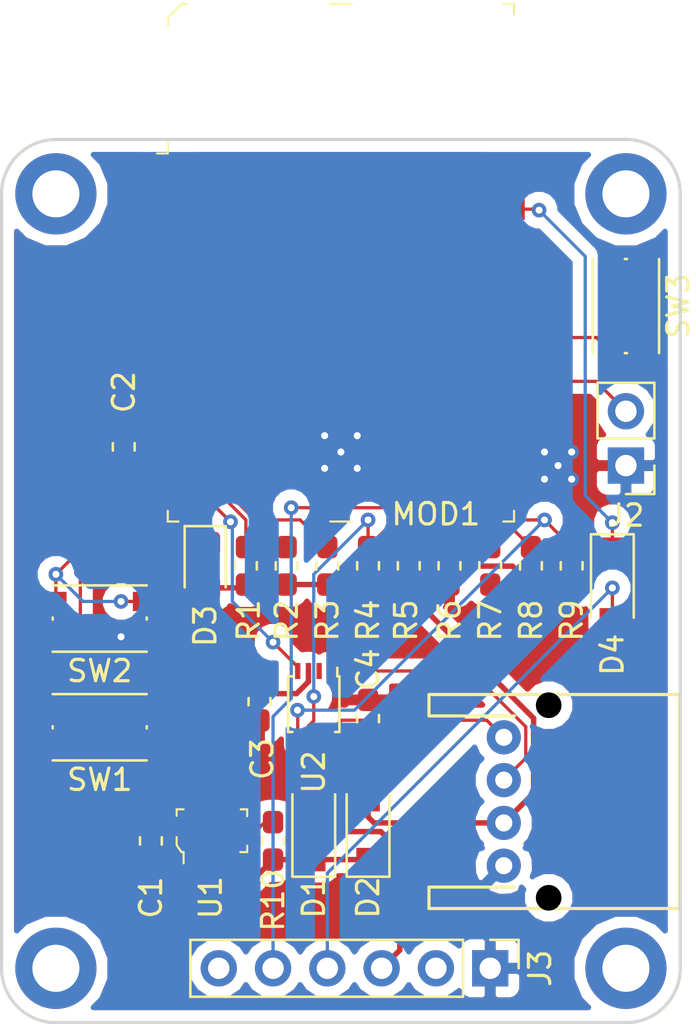
<source format=kicad_pcb>
(kicad_pcb (version 20171130) (host pcbnew 5.0.0+dfsg1-2)

  (general
    (thickness 1.6)
    (drawings 8)
    (tracks 200)
    (zones 0)
    (modules 31)
    (nets 27)
  )

  (page A4)
  (layers
    (0 F.Cu signal)
    (31 B.Cu signal)
    (32 B.Adhes user)
    (33 F.Adhes user)
    (34 B.Paste user)
    (35 F.Paste user)
    (36 B.SilkS user)
    (37 F.SilkS user)
    (38 B.Mask user)
    (39 F.Mask user)
    (40 Dwgs.User user)
    (41 Cmts.User user)
    (42 Eco1.User user)
    (43 Eco2.User user)
    (44 Edge.Cuts user)
    (45 Margin user)
    (46 B.CrtYd user)
    (47 F.CrtYd user)
    (48 B.Fab user hide)
    (49 F.Fab user hide)
  )

  (setup
    (last_trace_width 0.1524)
    (user_trace_width 0.1524)
    (trace_clearance 0.1524)
    (zone_clearance 0.508)
    (zone_45_only no)
    (trace_min 0.1524)
    (segment_width 0.2)
    (edge_width 0.15)
    (via_size 0.6858)
    (via_drill 0.3302)
    (via_min_size 0.6858)
    (via_min_drill 0.3302)
    (uvia_size 0.6858)
    (uvia_drill 0.3302)
    (uvias_allowed no)
    (uvia_min_size 0.2)
    (uvia_min_drill 0.1)
    (pcb_text_width 0.3)
    (pcb_text_size 1.5 1.5)
    (mod_edge_width 0.15)
    (mod_text_size 1 1)
    (mod_text_width 0.15)
    (pad_size 1.524 1.524)
    (pad_drill 0.762)
    (pad_to_mask_clearance 0.00508)
    (aux_axis_origin 0 0)
    (grid_origin 132.390001 82.804)
    (visible_elements FFFFFF7F)
    (pcbplotparams
      (layerselection 0x010fc_ffffffff)
      (usegerberextensions false)
      (usegerberattributes false)
      (usegerberadvancedattributes false)
      (creategerberjobfile false)
      (excludeedgelayer true)
      (linewidth 0.100000)
      (plotframeref false)
      (viasonmask false)
      (mode 1)
      (useauxorigin false)
      (hpglpennumber 1)
      (hpglpenspeed 20)
      (hpglpendiameter 15.000000)
      (psnegative false)
      (psa4output false)
      (plotreference true)
      (plotvalue true)
      (plotinvisibletext false)
      (padsonsilk false)
      (subtractmaskfromsilk false)
      (outputformat 1)
      (mirror false)
      (drillshape 1)
      (scaleselection 1)
      (outputdirectory ""))
  )

  (net 0 "")
  (net 1 +5V)
  (net 2 /5V_DET)
  (net 3 GND)
  (net 4 /OE)
  (net 5 +3V3)
  (net 6 /CLEAR)
  (net 7 "Net-(C1-Pad1)")
  (net 8 /FTDI_5V)
  (net 9 /RXD0)
  (net 10 /FTDI_TX)
  (net 11 /RXD0*_5V)
  (net 12 /TXD0*_5V)
  (net 13 /GPIO2)
  (net 14 "Net-(J3-Pad2)")
  (net 15 /FTDI_RX)
  (net 16 "Net-(J3-Pad6)")
  (net 17 /RESET)
  (net 18 "Net-(MOD1-Pad2)")
  (net 19 /CH_PD)
  (net 20 "Net-(MOD1-Pad4)")
  (net 21 "Net-(MOD1-Pad5)")
  (net 22 /GPIO13)
  (net 23 /GPIO15)
  (net 24 /GPIO0)
  (net 25 "Net-(D3-Pad1)")
  (net 26 "Net-(R10-Pad2)")

  (net_class Default "This is the default net class."
    (clearance 0.1524)
    (trace_width 0.1524)
    (via_dia 0.6858)
    (via_drill 0.3302)
    (uvia_dia 0.6858)
    (uvia_drill 0.3302)
    (add_net /5V_DET)
    (add_net /CH_PD)
    (add_net /CLEAR)
    (add_net /FTDI_RX)
    (add_net /FTDI_TX)
    (add_net /GPIO0)
    (add_net /GPIO13)
    (add_net /GPIO15)
    (add_net /GPIO2)
    (add_net /OE)
    (add_net /RESET)
    (add_net /RXD0)
    (add_net /RXD0*_5V)
    (add_net /TXD0*_5V)
    (add_net "Net-(D3-Pad1)")
    (add_net "Net-(J3-Pad2)")
    (add_net "Net-(J3-Pad6)")
    (add_net "Net-(MOD1-Pad2)")
    (add_net "Net-(MOD1-Pad4)")
    (add_net "Net-(MOD1-Pad5)")
    (add_net "Net-(R10-Pad2)")
  )

  (net_class Power ""
    (clearance 0.1524)
    (trace_width 0.254)
    (via_dia 0.6858)
    (via_drill 0.3302)
    (uvia_dia 0.6858)
    (uvia_drill 0.3302)
    (add_net +3V3)
    (add_net +5V)
    (add_net /FTDI_5V)
    (add_net GND)
    (add_net "Net-(C1-Pad1)")
  )

  (module MountingHole:MountingHole_2.2mm_M2_DIN965_Pad (layer F.Cu) (tedit 5C32AB1E) (tstamp 5C334979)
    (at 108.260001 127.889)
    (descr "Mounting Hole 2.2mm, M2, DIN965")
    (tags "mounting hole 2.2mm m2 din965")
    (attr virtual)
    (fp_text reference REF** (at 0 -2.9) (layer F.SilkS) hide
      (effects (font (size 1 1) (thickness 0.15)))
    )
    (fp_text value MountingHole_2.2mm_M2_DIN965_Pad (at 0 2.9) (layer F.Fab)
      (effects (font (size 1 1) (thickness 0.15)))
    )
    (fp_text user %R (at 0.3 0) (layer F.Fab)
      (effects (font (size 1 1) (thickness 0.15)))
    )
    (fp_circle (center 0 0) (end 1.9 0) (layer Cmts.User) (width 0.15))
    (fp_circle (center 0 0) (end 2.15 0) (layer F.CrtYd) (width 0.05))
    (pad 1 thru_hole circle (at 0 0) (size 3.8 3.8) (drill 2.2) (layers *.Cu *.Mask))
  )

  (module MountingHole:MountingHole_2.2mm_M2_DIN965_Pad (layer F.Cu) (tedit 5C32AB1E) (tstamp 5C33463D)
    (at 134.930001 127.889)
    (descr "Mounting Hole 2.2mm, M2, DIN965")
    (tags "mounting hole 2.2mm m2 din965")
    (attr virtual)
    (fp_text reference REF** (at 0 -2.9) (layer F.SilkS) hide
      (effects (font (size 1 1) (thickness 0.15)))
    )
    (fp_text value MountingHole_2.2mm_M2_DIN965_Pad (at 0 2.9) (layer F.Fab)
      (effects (font (size 1 1) (thickness 0.15)))
    )
    (fp_circle (center 0 0) (end 2.15 0) (layer F.CrtYd) (width 0.05))
    (fp_circle (center 0 0) (end 1.9 0) (layer Cmts.User) (width 0.15))
    (fp_text user %R (at 0.3 0) (layer F.Fab)
      (effects (font (size 1 1) (thickness 0.15)))
    )
    (pad 1 thru_hole circle (at 0 0) (size 3.8 3.8) (drill 2.2) (layers *.Cu *.Mask))
  )

  (module MountingHole:MountingHole_2.2mm_M2_DIN965_Pad (layer F.Cu) (tedit 5C32AB1E) (tstamp 5C330C73)
    (at 134.930001 91.694)
    (descr "Mounting Hole 2.2mm, M2, DIN965")
    (tags "mounting hole 2.2mm m2 din965")
    (attr virtual)
    (fp_text reference REF** (at 0 -2.9) (layer F.SilkS) hide
      (effects (font (size 1 1) (thickness 0.15)))
    )
    (fp_text value MountingHole_2.2mm_M2_DIN965_Pad (at 0 2.9) (layer F.Fab)
      (effects (font (size 1 1) (thickness 0.15)))
    )
    (fp_text user %R (at 0.3 0) (layer F.Fab)
      (effects (font (size 1 1) (thickness 0.15)))
    )
    (fp_circle (center 0 0) (end 1.9 0) (layer Cmts.User) (width 0.15))
    (fp_circle (center 0 0) (end 2.15 0) (layer F.CrtYd) (width 0.05))
    (pad 1 thru_hole circle (at 0 0) (size 3.8 3.8) (drill 2.2) (layers *.Cu *.Mask))
  )

  (module mitsu-huzzah-interface-footprints:WIFI_Module_ESP8266_2491 (layer F.Cu) (tedit 5C315788) (tstamp 5C4FD00E)
    (at 121.595001 97.409)
    (descr http://media.digikey.com/pdf/Data%20Sheets/Adafruit%20PDFs/ESP-12S_UM%20_Rev1.0_8-1-16.pdf)
    (path /5C2E0311)
    (fp_text reference MOD1 (at 4.444 9.256) (layer F.SilkS)
      (effects (font (size 1 1) (thickness 0.15)))
    )
    (fp_text value 2491 (at 0 11.15) (layer F.Fab)
      (effects (font (size 1 1) (thickness 0.15)))
    )
    (fp_line (start -7.2 -14.6) (end -7.45 -14.6) (layer F.SilkS) (width 0.1))
    (fp_line (start -7.45 -14.6) (end -8.1 -13.95) (layer F.SilkS) (width 0.1))
    (fp_line (start -8.1 -13.95) (end -8.1 -13.6) (layer F.SilkS) (width 0.1))
    (fp_line (start -8 -13.9) (end -8 9.5) (layer F.Fab) (width 0.1))
    (fp_line (start -7.4 -14.5) (end 8 -14.5) (layer F.Fab) (width 0.1))
    (fp_line (start -8 -13.9) (end -7.4 -14.5) (layer F.Fab) (width 0.1))
    (fp_text user %R (at 0 0) (layer F.Fab)
      (effects (font (size 1 1) (thickness 0.15)))
    )
    (fp_line (start 8.85 9.75) (end -8.85 9.75) (layer F.CrtYd) (width 0.05))
    (fp_line (start -8.85 -14.75) (end -8.85 9.75) (layer F.CrtYd) (width 0.05))
    (fp_line (start 8.85 -14.75) (end 8.85 9.75) (layer F.CrtYd) (width 0.05))
    (fp_line (start 8.85 -14.75) (end -8.85 -14.75) (layer F.CrtYd) (width 0.05))
    (fp_line (start 0 9.6) (end -0.5 9.6) (layer F.SilkS) (width 0.1))
    (fp_line (start 0 9.6) (end 0.5 9.6) (layer F.SilkS) (width 0.1))
    (fp_line (start 0 -14.6) (end -0.5 -14.6) (layer F.SilkS) (width 0.1))
    (fp_line (start 0 -14.6) (end 0.5 -14.6) (layer F.SilkS) (width 0.1))
    (fp_line (start 8.1 9.6) (end 8.1 9.1) (layer F.SilkS) (width 0.1))
    (fp_line (start 8.1 9.6) (end 7.6 9.6) (layer F.SilkS) (width 0.1))
    (fp_line (start -8.1 9.6) (end -8.1 9.1) (layer F.SilkS) (width 0.1))
    (fp_line (start -8.1 9.6) (end -7.6 9.6) (layer F.SilkS) (width 0.1))
    (fp_line (start -8.1 -7.6) (end -8.1 -8.1) (layer F.SilkS) (width 0.1))
    (fp_line (start -8.1 -7.6) (end -8.6 -7.6) (layer F.SilkS) (width 0.1))
    (fp_line (start 8.1 -14.6) (end 8.1 -14.1) (layer F.SilkS) (width 0.1))
    (fp_line (start 8.1 -14.6) (end 7.6 -14.6) (layer F.SilkS) (width 0.1))
    (fp_line (start 8 9.5) (end 8 -14.5) (layer F.Fab) (width 0.1))
    (fp_line (start -8 9.5) (end 8 9.5) (layer F.Fab) (width 0.1))
    (pad 1 smd rect (at -8 -7) (size 1.2 1) (layers F.Cu F.Paste F.Mask)
      (net 17 /RESET))
    (pad 2 smd rect (at -8 -5) (size 1.2 1) (layers F.Cu F.Paste F.Mask)
      (net 18 "Net-(MOD1-Pad2)"))
    (pad 3 smd rect (at -8 -3) (size 1.2 1) (layers F.Cu F.Paste F.Mask)
      (net 19 /CH_PD))
    (pad 4 smd rect (at -8 -1) (size 1.2 1) (layers F.Cu F.Paste F.Mask)
      (net 20 "Net-(MOD1-Pad4)"))
    (pad 5 smd rect (at -8 1) (size 1.2 1) (layers F.Cu F.Paste F.Mask)
      (net 21 "Net-(MOD1-Pad5)"))
    (pad 6 smd rect (at -8 3) (size 1.2 1) (layers F.Cu F.Paste F.Mask)
      (net 6 /CLEAR))
    (pad 7 smd rect (at -8 5) (size 1.2 1) (layers F.Cu F.Paste F.Mask)
      (net 22 /GPIO13))
    (pad 8 smd rect (at -8 7) (size 1.2 1) (layers F.Cu F.Paste F.Mask)
      (net 5 +3V3))
    (pad 9 smd rect (at 8 7) (size 1.2 1) (layers F.Cu F.Paste F.Mask)
      (net 3 GND))
    (pad 10 smd rect (at 8 5) (size 1.2 1) (layers F.Cu F.Paste F.Mask)
      (net 23 /GPIO15))
    (pad 11 smd rect (at 8 3) (size 1.2 1) (layers F.Cu F.Paste F.Mask)
      (net 13 /GPIO2))
    (pad 12 smd rect (at 8 1) (size 1.2 1) (layers F.Cu F.Paste F.Mask)
      (net 24 /GPIO0))
    (pad 13 smd rect (at 8 -1) (size 1.2 1) (layers F.Cu F.Paste F.Mask)
      (net 2 /5V_DET))
    (pad 14 smd rect (at 8 -3) (size 1.2 1) (layers F.Cu F.Paste F.Mask)
      (net 4 /OE))
    (pad 15 smd rect (at 8 -5) (size 1.2 1) (layers F.Cu F.Paste F.Mask)
      (net 9 /RXD0))
    (pad 16 smd rect (at 8 -7) (size 1.2 1) (layers F.Cu F.Paste F.Mask)
      (net 15 /FTDI_RX))
    (model /home/dgoodlad/Downloads/ESP-12.wrl
      (offset (xyz -8 -8.5 0))
      (scale (xyz 0.39370079 0.39370079 0.39370079))
      (rotate (xyz -90 0 0))
    )
  )

  (module mitsu-huzzah-interface-footprints:S04B-PASK-2 (layer F.Cu) (tedit 5C3155D8) (tstamp 5C4F5586)
    (at 129.215001 120.094 270)
    (path /5C243A6B)
    (fp_text reference J1 (at 0 -9.15 270) (layer F.Fab)
      (effects (font (size 1 1) (thickness 0.15)))
    )
    (fp_text value AIRCON (at 0 4.45 270) (layer F.Fab)
      (effects (font (size 1 1) (thickness 0.15)))
    )
    (fp_line (start -5 -8.2) (end 5 -8.2) (layer F.SilkS) (width 0.15))
    (fp_line (start 5 -8.2) (end 5 3.5) (layer F.SilkS) (width 0.15))
    (fp_line (start 5 3.5) (end 4 3.5) (layer F.SilkS) (width 0.15))
    (fp_line (start 4 3.5) (end 4 -0.5) (layer F.SilkS) (width 0.15))
    (fp_line (start -5 -8.2) (end -5 3.5) (layer F.SilkS) (width 0.15))
    (fp_line (start -5 3.5) (end -4 3.5) (layer F.SilkS) (width 0.15))
    (fp_line (start -4 3.5) (end -4 -0.5) (layer F.SilkS) (width 0.15))
    (fp_line (start -5 -8.2) (end 5 -8.2) (layer F.Fab) (width 0.01))
    (fp_line (start 5 -8.2) (end 5 3.5) (layer F.Fab) (width 0.01))
    (fp_line (start 5 3.5) (end 4 3.5) (layer F.Fab) (width 0.01))
    (fp_line (start 4 3.5) (end 4 -0.5) (layer F.Fab) (width 0.01))
    (fp_line (start 4 -0.5) (end -4 -0.5) (layer F.Fab) (width 0.01))
    (fp_line (start -5 -8.2) (end -5 3.5) (layer F.Fab) (width 0.01))
    (fp_line (start -5 3.5) (end -4 3.5) (layer F.Fab) (width 0.01))
    (fp_line (start -4 3.5) (end -4 -0.5) (layer F.Fab) (width 0.01))
    (fp_line (start 4.4 -2.5) (end 5 -2.5) (layer F.Fab) (width 0.01))
    (fp_line (start 5 -2.5) (end 5 -1.7) (layer F.Fab) (width 0.01))
    (fp_line (start 5 -1.7) (end 4.4 -1.7) (layer F.Fab) (width 0.01))
    (fp_line (start 4.4 -1.7) (end 4.4 -2.5) (layer F.Fab) (width 0.01))
    (fp_line (start -5 -2.5) (end -4.4 -2.5) (layer F.Fab) (width 0.01))
    (fp_line (start -4.4 -2.5) (end -4.4 -1.7) (layer F.Fab) (width 0.01))
    (fp_line (start -4.4 -1.7) (end -5 -1.7) (layer F.Fab) (width 0.01))
    (fp_line (start -5 -1.7) (end -5 -2.5) (layer F.Fab) (width 0.01))
    (fp_line (start 2.75 -0.5) (end 3.25 -0.5) (layer F.Fab) (width 0.01))
    (fp_line (start 3.25 -0.5) (end 3.25 0.25) (layer F.Fab) (width 0.01))
    (fp_line (start 3.25 0.25) (end 2.75 0.25) (layer F.Fab) (width 0.01))
    (fp_line (start 2.75 0.25) (end 2.75 -0.5) (layer F.Fab) (width 0.01))
    (fp_line (start 2.75 -0.25) (end 3.25 -0.25) (layer F.Fab) (width 0.01))
    (fp_line (start 0.75 -0.5) (end 1.25 -0.5) (layer F.Fab) (width 0.01))
    (fp_line (start 1.25 -0.5) (end 1.25 0.25) (layer F.Fab) (width 0.01))
    (fp_line (start 1.25 0.25) (end 0.75 0.25) (layer F.Fab) (width 0.01))
    (fp_line (start 0.75 0.25) (end 0.75 -0.5) (layer F.Fab) (width 0.01))
    (fp_line (start 0.75 -0.25) (end 1.25 -0.25) (layer F.Fab) (width 0.01))
    (fp_line (start -1.25 -0.5) (end -0.75 -0.5) (layer F.Fab) (width 0.01))
    (fp_line (start -0.75 -0.5) (end -0.75 0.25) (layer F.Fab) (width 0.01))
    (fp_line (start -0.75 0.25) (end -1.25 0.25) (layer F.Fab) (width 0.01))
    (fp_line (start -1.25 0.25) (end -1.25 -0.5) (layer F.Fab) (width 0.01))
    (fp_line (start -1.25 -0.25) (end -0.75 -0.25) (layer F.Fab) (width 0.01))
    (fp_line (start -3.25 -0.5) (end -2.75 -0.5) (layer F.Fab) (width 0.01))
    (fp_line (start -2.75 -0.5) (end -2.75 0.25) (layer F.Fab) (width 0.01))
    (fp_line (start -2.75 0.25) (end -3.25 0.25) (layer F.Fab) (width 0.01))
    (fp_line (start -3.25 0.25) (end -3.25 -0.5) (layer F.Fab) (width 0.01))
    (fp_line (start -3.25 -0.25) (end -2.75 -0.25) (layer F.Fab) (width 0.01))
    (fp_line (start -5.25 -8.45) (end 5.25 -8.45) (layer F.CrtYd) (width 0.01))
    (fp_line (start 5.25 -8.45) (end 5.25 3.75) (layer F.CrtYd) (width 0.01))
    (fp_line (start 5.25 3.75) (end -5.25 3.75) (layer F.CrtYd) (width 0.01))
    (fp_line (start -5.25 3.75) (end -5.25 -8.45) (layer F.CrtYd) (width 0.01))
    (pad "" np_thru_hole circle (at 4.5 -2.1 270) (size 1.2 1.2) (drill 1.2) (layers *.Mask))
    (pad "" np_thru_hole circle (at -4.5 -2.1 270) (size 1.2 1.2) (drill 1.2) (layers *.Mask))
    (pad 1 thru_hole circle (at 3 0 270) (size 1.6 1.6) (drill 0.8) (layers *.Cu *.Mask)
      (net 3 GND))
    (pad 2 thru_hole circle (at 1 0 270) (size 1.6 1.6) (drill 0.8) (layers *.Cu *.Mask)
      (net 1 +5V))
    (pad 3 thru_hole circle (at -1 0 270) (size 1.6 1.6) (drill 0.8) (layers *.Cu *.Mask)
      (net 11 /RXD0*_5V))
    (pad 4 thru_hole circle (at -3 0 270) (size 1.6 1.6) (drill 0.8) (layers *.Cu *.Mask)
      (net 12 /TXD0*_5V))
    (model /home/dgoodlad/Downloads/S04B-PASK-2.STEP
      (offset (xyz -5 8.199999999999999 0))
      (scale (xyz 1 1 1))
      (rotate (xyz -90 0 180))
    )
  )

  (module Resistor_SMD:R_0603_1608Metric_Pad1.05x0.95mm_HandSolder (layer F.Cu) (tedit 5B301BBD) (tstamp 5C506E61)
    (at 118.420001 121.934 90)
    (descr "Resistor SMD 0603 (1608 Metric), square (rectangular) end terminal, IPC_7351 nominal with elongated pad for handsoldering. (Body size source: http://www.tortai-tech.com/upload/download/2011102023233369053.pdf), generated with kicad-footprint-generator")
    (tags "resistor handsolder")
    (path /5C322262)
    (attr smd)
    (fp_text reference R10 (at -2.78 0 90) (layer F.SilkS)
      (effects (font (size 1 1) (thickness 0.15)))
    )
    (fp_text value 10K (at 0 1.43 90) (layer F.Fab)
      (effects (font (size 1 1) (thickness 0.15)))
    )
    (fp_line (start -0.8 0.4) (end -0.8 -0.4) (layer F.Fab) (width 0.1))
    (fp_line (start -0.8 -0.4) (end 0.8 -0.4) (layer F.Fab) (width 0.1))
    (fp_line (start 0.8 -0.4) (end 0.8 0.4) (layer F.Fab) (width 0.1))
    (fp_line (start 0.8 0.4) (end -0.8 0.4) (layer F.Fab) (width 0.1))
    (fp_line (start -0.171267 -0.51) (end 0.171267 -0.51) (layer F.SilkS) (width 0.12))
    (fp_line (start -0.171267 0.51) (end 0.171267 0.51) (layer F.SilkS) (width 0.12))
    (fp_line (start -1.65 0.73) (end -1.65 -0.73) (layer F.CrtYd) (width 0.05))
    (fp_line (start -1.65 -0.73) (end 1.65 -0.73) (layer F.CrtYd) (width 0.05))
    (fp_line (start 1.65 -0.73) (end 1.65 0.73) (layer F.CrtYd) (width 0.05))
    (fp_line (start 1.65 0.73) (end -1.65 0.73) (layer F.CrtYd) (width 0.05))
    (fp_text user %R (at 0 0 90) (layer F.Fab)
      (effects (font (size 0.4 0.4) (thickness 0.06)))
    )
    (pad 1 smd roundrect (at -0.875 0 90) (size 1.05 0.95) (layers F.Cu F.Paste F.Mask) (roundrect_rratio 0.25)
      (net 7 "Net-(C1-Pad1)"))
    (pad 2 smd roundrect (at 0.875 0 90) (size 1.05 0.95) (layers F.Cu F.Paste F.Mask) (roundrect_rratio 0.25)
      (net 26 "Net-(R10-Pad2)"))
    (model ${KISYS3DMOD}/Resistor_SMD.3dshapes/R_0603_1608Metric.wrl
      (at (xyz 0 0 0))
      (scale (xyz 1 1 1))
      (rotate (xyz 0 0 0))
    )
  )

  (module digikey-footprints:SOT-753 (layer F.Cu) (tedit 59EF821D) (tstamp 5C506E9D)
    (at 115.560001 121.459)
    (path /5C318114)
    (fp_text reference U1 (at -0.061 3.128 90) (layer F.SilkS)
      (effects (font (size 1 1) (thickness 0.15)))
    )
    (fp_text value AP2112K-3.3TRG1 (at 0.35 4.025) (layer F.Fab)
      (effects (font (size 1 1) (thickness 0.15)))
    )
    (fp_line (start -1.825 2.125) (end -1.825 -2.125) (layer F.CrtYd) (width 0.05))
    (fp_line (start 1.825 2.125) (end -1.825 2.125) (layer F.CrtYd) (width 0.05))
    (fp_line (start 1.825 -2.125) (end 1.825 2.125) (layer F.CrtYd) (width 0.05))
    (fp_line (start -1.825 -2.125) (end 1.825 -2.125) (layer F.CrtYd) (width 0.05))
    (fp_text user %R (at 0 0.1) (layer F.Fab)
      (effects (font (size 0.75 0.75) (thickness 0.075)))
    )
    (fp_line (start -1.325 -1) (end -1.65 -1) (layer F.SilkS) (width 0.1))
    (fp_line (start -1.65 -1) (end -1.65 -0.7) (layer F.SilkS) (width 0.1))
    (fp_line (start 1.325 1) (end 1.65 1) (layer F.SilkS) (width 0.1))
    (fp_line (start 1.65 1) (end 1.65 0.7) (layer F.SilkS) (width 0.1))
    (fp_line (start 1.35 -1) (end 1.65 -1) (layer F.SilkS) (width 0.1))
    (fp_line (start 1.65 -1) (end 1.65 -0.675) (layer F.SilkS) (width 0.1))
    (fp_line (start -1.65 0.675) (end -1.425 1) (layer F.SilkS) (width 0.1))
    (fp_line (start -1.425 1) (end -1.325 1) (layer F.SilkS) (width 0.1))
    (fp_line (start -1.325 1) (end -1.325 1.525) (layer F.SilkS) (width 0.1))
    (fp_line (start -1.65 0.675) (end -1.65 0.3) (layer F.SilkS) (width 0.1))
    (fp_line (start -1.525 0.625) (end -1.525 -0.875) (layer F.Fab) (width 0.1))
    (fp_line (start -1.35 0.875) (end 1.525 0.875) (layer F.Fab) (width 0.1))
    (fp_line (start -1.525 0.625) (end -1.35 0.875) (layer F.Fab) (width 0.1))
    (fp_line (start 1.525 -0.875) (end 1.525 0.875) (layer F.Fab) (width 0.1))
    (fp_line (start -1.525 -0.875) (end 1.525 -0.875) (layer F.Fab) (width 0.1))
    (pad 5 smd rect (at -0.95 -1.35) (size 0.6 1.05) (layers F.Cu F.Paste F.Mask)
      (net 5 +3V3) (solder_mask_margin 0.07))
    (pad 4 smd rect (at 0.95 -1.35) (size 0.6 1.05) (layers F.Cu F.Paste F.Mask)
      (solder_mask_margin 0.07))
    (pad 3 smd rect (at 0.95 1.35) (size 0.6 1.05) (layers F.Cu F.Paste F.Mask)
      (net 26 "Net-(R10-Pad2)") (solder_mask_margin 0.07))
    (pad 2 smd rect (at 0 1.35) (size 0.6 1.05) (layers F.Cu F.Paste F.Mask)
      (net 3 GND) (solder_mask_margin 0.07))
    (pad 1 smd rect (at -0.95 1.35) (size 0.6 1.05) (layers F.Cu F.Paste F.Mask)
      (net 7 "Net-(C1-Pad1)") (solder_mask_margin 0.07))
  )

  (module mitsu-huzzah-interface-footprints:SW_SPST_KMR2 (layer F.Cu) (tedit 5C30A000) (tstamp 5C44B17E)
    (at 134.930001 96.939 270)
    (descr "CK components KMR2 tactile switch http://www.ckswitches.com/media/1479/kmr2.pdf")
    (tags "tactile switch kmr2")
    (path /5C2E2C1E)
    (attr smd)
    (fp_text reference SW3 (at 0 -2.45 270) (layer F.SilkS)
      (effects (font (size 1 1) (thickness 0.15)))
    )
    (fp_text value KMR2 (at 0 2.55 270) (layer F.Fab)
      (effects (font (size 1 1) (thickness 0.15)))
    )
    (fp_text user %R (at 0 -2.45 270) (layer F.Fab)
      (effects (font (size 1 1) (thickness 0.15)))
    )
    (fp_line (start -2.1 -1.4) (end 2.1 -1.4) (layer F.Fab) (width 0.1))
    (fp_line (start 2.1 -1.4) (end 2.1 1.4) (layer F.Fab) (width 0.1))
    (fp_line (start 2.1 1.4) (end -2.1 1.4) (layer F.Fab) (width 0.1))
    (fp_line (start -2.1 1.4) (end -2.1 -1.4) (layer F.Fab) (width 0.1))
    (fp_line (start 2.2 0.05) (end 2.2 -0.05) (layer F.SilkS) (width 0.12))
    (fp_line (start -2.8 -1.8) (end 2.8 -1.8) (layer F.CrtYd) (width 0.05))
    (fp_line (start 2.8 -1.8) (end 2.8 1.8) (layer F.CrtYd) (width 0.05))
    (fp_line (start 2.8 1.8) (end -2.8 1.8) (layer F.CrtYd) (width 0.05))
    (fp_line (start -2.8 1.8) (end -2.8 -1.8) (layer F.CrtYd) (width 0.05))
    (fp_circle (center 0 0) (end 0 0.8) (layer F.Fab) (width 0.1))
    (fp_line (start -2.2 1.55) (end 2.2 1.55) (layer F.SilkS) (width 0.12))
    (fp_line (start 2.2 -1.55) (end -2.2 -1.55) (layer F.SilkS) (width 0.12))
    (fp_line (start -2.2 0.05) (end -2.2 -0.05) (layer F.SilkS) (width 0.12))
    (pad 1 smd rect (at -2.05 -0.8) (size 0.9 1) (layers F.Cu F.Paste F.Mask)
      (net 3 GND))
    (pad 2 smd rect (at -2.05 0.8) (size 0.9 1) (layers F.Cu F.Paste F.Mask)
      (net 24 /GPIO0))
    (pad 1 smd rect (at 2.05 -0.8) (size 0.9 1) (layers F.Cu F.Paste F.Mask)
      (net 3 GND))
    (pad 2 smd rect (at 2.05 0.8) (size 0.9 1) (layers F.Cu F.Paste F.Mask)
      (net 24 /GPIO0))
    (model ${KISYS3DMOD}/Button_Switch_SMD.3dshapes/SW_SPST_KMR2.wrl
      (at (xyz 0 0 0))
      (scale (xyz 1 1 1))
      (rotate (xyz 0 0 0))
    )
    (model /home/dgoodlad/Downloads/KMR221GLFS.stp
      (at (xyz 0 0 0))
      (scale (xyz 1 1 1))
      (rotate (xyz -90 0 0))
    )
  )

  (module mitsu-huzzah-interface-footprints:SW_SPST_KMR2 (layer F.Cu) (tedit 5C30A000) (tstamp 5C53F808)
    (at 110.310001 111.544 180)
    (descr "CK components KMR2 tactile switch http://www.ckswitches.com/media/1479/kmr2.pdf")
    (tags "tactile switch kmr2")
    (path /5C33D72D)
    (attr smd)
    (fp_text reference SW2 (at 0 -2.45 180) (layer F.SilkS)
      (effects (font (size 1 1) (thickness 0.15)))
    )
    (fp_text value KMR2 (at 0 2.55 180) (layer F.Fab)
      (effects (font (size 1 1) (thickness 0.15)))
    )
    (fp_text user %R (at 0 -2.45 180) (layer F.Fab)
      (effects (font (size 1 1) (thickness 0.15)))
    )
    (fp_line (start -2.1 -1.4) (end 2.1 -1.4) (layer F.Fab) (width 0.1))
    (fp_line (start 2.1 -1.4) (end 2.1 1.4) (layer F.Fab) (width 0.1))
    (fp_line (start 2.1 1.4) (end -2.1 1.4) (layer F.Fab) (width 0.1))
    (fp_line (start -2.1 1.4) (end -2.1 -1.4) (layer F.Fab) (width 0.1))
    (fp_line (start 2.2 0.05) (end 2.2 -0.05) (layer F.SilkS) (width 0.12))
    (fp_line (start -2.8 -1.8) (end 2.8 -1.8) (layer F.CrtYd) (width 0.05))
    (fp_line (start 2.8 -1.8) (end 2.8 1.8) (layer F.CrtYd) (width 0.05))
    (fp_line (start 2.8 1.8) (end -2.8 1.8) (layer F.CrtYd) (width 0.05))
    (fp_line (start -2.8 1.8) (end -2.8 -1.8) (layer F.CrtYd) (width 0.05))
    (fp_circle (center 0 0) (end 0 0.8) (layer F.Fab) (width 0.1))
    (fp_line (start -2.2 1.55) (end 2.2 1.55) (layer F.SilkS) (width 0.12))
    (fp_line (start 2.2 -1.55) (end -2.2 -1.55) (layer F.SilkS) (width 0.12))
    (fp_line (start -2.2 0.05) (end -2.2 -0.05) (layer F.SilkS) (width 0.12))
    (pad 1 smd rect (at -2.05 -0.8 270) (size 0.9 1) (layers F.Cu F.Paste F.Mask)
      (net 3 GND))
    (pad 2 smd rect (at -2.05 0.8 270) (size 0.9 1) (layers F.Cu F.Paste F.Mask)
      (net 17 /RESET))
    (pad 1 smd rect (at 2.05 -0.8 270) (size 0.9 1) (layers F.Cu F.Paste F.Mask)
      (net 3 GND))
    (pad 2 smd rect (at 2.05 0.8 270) (size 0.9 1) (layers F.Cu F.Paste F.Mask)
      (net 17 /RESET))
    (model ${KISYS3DMOD}/Button_Switch_SMD.3dshapes/SW_SPST_KMR2.wrl
      (at (xyz 0 0 0))
      (scale (xyz 1 1 1))
      (rotate (xyz 0 0 0))
    )
    (model /home/dgoodlad/Downloads/KMR221GLFS.stp
      (at (xyz 0 0 0))
      (scale (xyz 1 1 1))
      (rotate (xyz -90 0 0))
    )
  )

  (module mitsu-huzzah-interface-footprints:SW_SPST_KMR2 (layer F.Cu) (tedit 5C30A000) (tstamp 5C4481FB)
    (at 110.310001 116.624 180)
    (descr "CK components KMR2 tactile switch http://www.ckswitches.com/media/1479/kmr2.pdf")
    (tags "tactile switch kmr2")
    (path /5C3444AA)
    (attr smd)
    (fp_text reference SW1 (at 0 -2.45 180) (layer F.SilkS)
      (effects (font (size 1 1) (thickness 0.15)))
    )
    (fp_text value KMR2 (at 0 2.55 180) (layer F.Fab)
      (effects (font (size 1 1) (thickness 0.15)))
    )
    (fp_text user %R (at 0 -2.45 180) (layer F.Fab)
      (effects (font (size 1 1) (thickness 0.15)))
    )
    (fp_line (start -2.1 -1.4) (end 2.1 -1.4) (layer F.Fab) (width 0.1))
    (fp_line (start 2.1 -1.4) (end 2.1 1.4) (layer F.Fab) (width 0.1))
    (fp_line (start 2.1 1.4) (end -2.1 1.4) (layer F.Fab) (width 0.1))
    (fp_line (start -2.1 1.4) (end -2.1 -1.4) (layer F.Fab) (width 0.1))
    (fp_line (start 2.2 0.05) (end 2.2 -0.05) (layer F.SilkS) (width 0.12))
    (fp_line (start -2.8 -1.8) (end 2.8 -1.8) (layer F.CrtYd) (width 0.05))
    (fp_line (start 2.8 -1.8) (end 2.8 1.8) (layer F.CrtYd) (width 0.05))
    (fp_line (start 2.8 1.8) (end -2.8 1.8) (layer F.CrtYd) (width 0.05))
    (fp_line (start -2.8 1.8) (end -2.8 -1.8) (layer F.CrtYd) (width 0.05))
    (fp_circle (center 0 0) (end 0 0.8) (layer F.Fab) (width 0.1))
    (fp_line (start -2.2 1.55) (end 2.2 1.55) (layer F.SilkS) (width 0.12))
    (fp_line (start 2.2 -1.55) (end -2.2 -1.55) (layer F.SilkS) (width 0.12))
    (fp_line (start -2.2 0.05) (end -2.2 -0.05) (layer F.SilkS) (width 0.12))
    (pad 1 smd rect (at -2.05 -0.8 270) (size 0.9 1) (layers F.Cu F.Paste F.Mask)
      (net 3 GND))
    (pad 2 smd rect (at -2.05 0.8 270) (size 0.9 1) (layers F.Cu F.Paste F.Mask)
      (net 6 /CLEAR))
    (pad 1 smd rect (at 2.05 -0.8 270) (size 0.9 1) (layers F.Cu F.Paste F.Mask)
      (net 3 GND))
    (pad 2 smd rect (at 2.05 0.8 270) (size 0.9 1) (layers F.Cu F.Paste F.Mask)
      (net 6 /CLEAR))
    (model ${KISYS3DMOD}/Button_Switch_SMD.3dshapes/SW_SPST_KMR2.wrl
      (at (xyz 0 0 0))
      (scale (xyz 1 1 1))
      (rotate (xyz 0 0 0))
    )
    (model /home/dgoodlad/Downloads/KMR221GLFS.stp
      (at (xyz 0 0 0))
      (scale (xyz 1 1 1))
      (rotate (xyz -90 0 0))
    )
  )

  (module Package_SO:VSSOP-8_2.4x2.1mm_P0.5mm (layer F.Cu) (tedit 5A02F25C) (tstamp 5C33C46C)
    (at 120.325001 115.544 270)
    (descr http://www.ti.com/lit/ml/mpds050d/mpds050d.pdf)
    (tags "VSSOP DCU R-PDSO-G8 Pitch0.5mm")
    (path /5C3A8A14)
    (attr smd)
    (fp_text reference U2 (at 3.175 0 270) (layer F.SilkS)
      (effects (font (size 1 1) (thickness 0.15)))
    )
    (fp_text value TXB0102DCU (at 0 2.413 270) (layer F.Fab)
      (effects (font (size 1 1) (thickness 0.15)))
    )
    (fp_line (start -2.18 1.3) (end -2.18 -1.3) (layer F.CrtYd) (width 0.05))
    (fp_line (start 2.18 1.3) (end -2.18 1.3) (layer F.CrtYd) (width 0.05))
    (fp_line (start 2.18 -1.3) (end 2.18 1.3) (layer F.CrtYd) (width 0.05))
    (fp_line (start -2.18 -1.3) (end 2.18 -1.3) (layer F.CrtYd) (width 0.05))
    (fp_line (start -1.3 1.2) (end -1.3 1) (layer F.SilkS) (width 0.12))
    (fp_line (start -1.3 -1.1) (end -1.7 -1.1) (layer F.SilkS) (width 0.12))
    (fp_line (start -1.3 -1.2) (end -1.3 -1.1) (layer F.SilkS) (width 0.12))
    (fp_line (start 1.3 -1.2) (end -1.3 -1.2) (layer F.SilkS) (width 0.12))
    (fp_line (start 1.3 -1) (end 1.3 -1.2) (layer F.SilkS) (width 0.12))
    (fp_line (start 1.3 1.2) (end 1.3 1) (layer F.SilkS) (width 0.12))
    (fp_line (start -1.3 1.2) (end 1.3 1.2) (layer F.SilkS) (width 0.12))
    (fp_line (start -1.2 -0.7) (end -1.2 1.05) (layer F.Fab) (width 0.1))
    (fp_line (start -0.9 -1.05) (end -1.2 -0.7) (layer F.Fab) (width 0.1))
    (fp_line (start 1.2 -1.05) (end -0.9 -1.05) (layer F.Fab) (width 0.1))
    (fp_line (start 1.2 1.05) (end 1.2 -1.05) (layer F.Fab) (width 0.1))
    (fp_line (start -1.2 1.05) (end 1.2 1.05) (layer F.Fab) (width 0.1))
    (fp_text user %R (at 0 0 270) (layer F.Fab)
      (effects (font (size 0.5 0.5) (thickness 0.1)))
    )
    (pad 1 smd rect (at -1.55 -0.75 270) (size 0.75 0.25) (layers F.Cu F.Paste F.Mask)
      (net 11 /RXD0*_5V))
    (pad 2 smd rect (at -1.55 -0.25 270) (size 0.75 0.25) (layers F.Cu F.Paste F.Mask)
      (net 3 GND))
    (pad 3 smd rect (at -1.55 0.25 270) (size 0.75 0.25) (layers F.Cu F.Paste F.Mask)
      (net 5 +3V3))
    (pad 4 smd rect (at -1.55 0.75 270) (size 0.75 0.25) (layers F.Cu F.Paste F.Mask)
      (net 22 /GPIO13))
    (pad 5 smd rect (at 1.55 0.75 270) (size 0.75 0.25) (layers F.Cu F.Paste F.Mask)
      (net 23 /GPIO15))
    (pad 6 smd rect (at 1.55 0.25 270) (size 0.75 0.25) (layers F.Cu F.Paste F.Mask)
      (net 4 /OE))
    (pad 7 smd rect (at 1.55 -0.25 270) (size 0.75 0.25) (layers F.Cu F.Paste F.Mask)
      (net 1 +5V))
    (pad 8 smd rect (at 1.55 -0.75 270) (size 0.75 0.25) (layers F.Cu F.Paste F.Mask)
      (net 12 /TXD0*_5V))
    (model ${KISYS3DMOD}/Package_SO.3dshapes/VSSOP-8_2.4x2.1mm_P0.5mm.wrl
      (at (xyz 0 0 0))
      (scale (xyz 1 1 1))
      (rotate (xyz 0 0 0))
    )
  )

  (module Diode_SMD:D_SOD-123 (layer F.Cu) (tedit 58645DC7) (tstamp 5C53F422)
    (at 134.295001 109.854 270)
    (descr SOD-123)
    (tags SOD-123)
    (path /5C3A68E3)
    (attr smd)
    (fp_text reference D4 (at 3.378 0 270) (layer F.SilkS)
      (effects (font (size 1 1) (thickness 0.15)))
    )
    (fp_text value MMSD914 (at 0 2.1 270) (layer F.Fab)
      (effects (font (size 1 1) (thickness 0.15)))
    )
    (fp_text user %R (at 0 -2 270) (layer F.Fab)
      (effects (font (size 1 1) (thickness 0.15)))
    )
    (fp_line (start -2.25 -1) (end -2.25 1) (layer F.SilkS) (width 0.12))
    (fp_line (start 0.25 0) (end 0.75 0) (layer F.Fab) (width 0.1))
    (fp_line (start 0.25 0.4) (end -0.35 0) (layer F.Fab) (width 0.1))
    (fp_line (start 0.25 -0.4) (end 0.25 0.4) (layer F.Fab) (width 0.1))
    (fp_line (start -0.35 0) (end 0.25 -0.4) (layer F.Fab) (width 0.1))
    (fp_line (start -0.35 0) (end -0.35 0.55) (layer F.Fab) (width 0.1))
    (fp_line (start -0.35 0) (end -0.35 -0.55) (layer F.Fab) (width 0.1))
    (fp_line (start -0.75 0) (end -0.35 0) (layer F.Fab) (width 0.1))
    (fp_line (start -1.4 0.9) (end -1.4 -0.9) (layer F.Fab) (width 0.1))
    (fp_line (start 1.4 0.9) (end -1.4 0.9) (layer F.Fab) (width 0.1))
    (fp_line (start 1.4 -0.9) (end 1.4 0.9) (layer F.Fab) (width 0.1))
    (fp_line (start -1.4 -0.9) (end 1.4 -0.9) (layer F.Fab) (width 0.1))
    (fp_line (start -2.35 -1.15) (end 2.35 -1.15) (layer F.CrtYd) (width 0.05))
    (fp_line (start 2.35 -1.15) (end 2.35 1.15) (layer F.CrtYd) (width 0.05))
    (fp_line (start 2.35 1.15) (end -2.35 1.15) (layer F.CrtYd) (width 0.05))
    (fp_line (start -2.35 -1.15) (end -2.35 1.15) (layer F.CrtYd) (width 0.05))
    (fp_line (start -2.25 1) (end 1.65 1) (layer F.SilkS) (width 0.12))
    (fp_line (start -2.25 -1) (end 1.65 -1) (layer F.SilkS) (width 0.12))
    (pad 1 smd rect (at -1.65 0 270) (size 0.9 1.2) (layers F.Cu F.Paste F.Mask)
      (net 9 /RXD0))
    (pad 2 smd rect (at 1.65 0 270) (size 0.9 1.2) (layers F.Cu F.Paste F.Mask)
      (net 10 /FTDI_TX))
    (model ${KISYS3DMOD}/Diode_SMD.3dshapes/D_SOD-123.wrl
      (at (xyz 0 0 0))
      (scale (xyz 1 1 1))
      (rotate (xyz 0 0 0))
    )
  )

  (module Capacitor_SMD:C_0603_1608Metric_Pad1.05x0.95mm_HandSolder (layer F.Cu) (tedit 5B301BBE) (tstamp 5C506EE8)
    (at 112.705001 121.934 90)
    (descr "Capacitor SMD 0603 (1608 Metric), square (rectangular) end terminal, IPC_7351 nominal with elongated pad for handsoldering. (Body size source: http://www.tortai-tech.com/upload/download/2011102023233369053.pdf), generated with kicad-footprint-generator")
    (tags "capacitor handsolder")
    (path /5C2FC6CB)
    (attr smd)
    (fp_text reference C1 (at -2.653 0 90) (layer F.SilkS)
      (effects (font (size 1 1) (thickness 0.15)))
    )
    (fp_text value 10uF (at 0 1.43 90) (layer F.Fab)
      (effects (font (size 1 1) (thickness 0.15)))
    )
    (fp_line (start -0.8 0.4) (end -0.8 -0.4) (layer F.Fab) (width 0.1))
    (fp_line (start -0.8 -0.4) (end 0.8 -0.4) (layer F.Fab) (width 0.1))
    (fp_line (start 0.8 -0.4) (end 0.8 0.4) (layer F.Fab) (width 0.1))
    (fp_line (start 0.8 0.4) (end -0.8 0.4) (layer F.Fab) (width 0.1))
    (fp_line (start -0.171267 -0.51) (end 0.171267 -0.51) (layer F.SilkS) (width 0.12))
    (fp_line (start -0.171267 0.51) (end 0.171267 0.51) (layer F.SilkS) (width 0.12))
    (fp_line (start -1.65 0.73) (end -1.65 -0.73) (layer F.CrtYd) (width 0.05))
    (fp_line (start -1.65 -0.73) (end 1.65 -0.73) (layer F.CrtYd) (width 0.05))
    (fp_line (start 1.65 -0.73) (end 1.65 0.73) (layer F.CrtYd) (width 0.05))
    (fp_line (start 1.65 0.73) (end -1.65 0.73) (layer F.CrtYd) (width 0.05))
    (fp_text user %R (at 0 0 90) (layer F.Fab)
      (effects (font (size 0.4 0.4) (thickness 0.06)))
    )
    (pad 1 smd roundrect (at -0.875 0 90) (size 1.05 0.95) (layers F.Cu F.Paste F.Mask) (roundrect_rratio 0.25)
      (net 7 "Net-(C1-Pad1)"))
    (pad 2 smd roundrect (at 0.875 0 90) (size 1.05 0.95) (layers F.Cu F.Paste F.Mask) (roundrect_rratio 0.25)
      (net 3 GND))
    (model ${KISYS3DMOD}/Capacitor_SMD.3dshapes/C_0603_1608Metric.wrl
      (at (xyz 0 0 0))
      (scale (xyz 1 1 1))
      (rotate (xyz 0 0 0))
    )
  )

  (module Capacitor_SMD:C_0603_1608Metric_Pad1.05x0.95mm_HandSolder (layer F.Cu) (tedit 5B301BBE) (tstamp 5C448004)
    (at 111.435001 103.519 90)
    (descr "Capacitor SMD 0603 (1608 Metric), square (rectangular) end terminal, IPC_7351 nominal with elongated pad for handsoldering. (Body size source: http://www.tortai-tech.com/upload/download/2011102023233369053.pdf), generated with kicad-footprint-generator")
    (tags "capacitor handsolder")
    (path /5C311517)
    (attr smd)
    (fp_text reference C2 (at 2.554 0 90) (layer F.SilkS)
      (effects (font (size 1 1) (thickness 0.15)))
    )
    (fp_text value 10uF (at 0 1.43 90) (layer F.Fab)
      (effects (font (size 1 1) (thickness 0.15)))
    )
    (fp_line (start -0.8 0.4) (end -0.8 -0.4) (layer F.Fab) (width 0.1))
    (fp_line (start -0.8 -0.4) (end 0.8 -0.4) (layer F.Fab) (width 0.1))
    (fp_line (start 0.8 -0.4) (end 0.8 0.4) (layer F.Fab) (width 0.1))
    (fp_line (start 0.8 0.4) (end -0.8 0.4) (layer F.Fab) (width 0.1))
    (fp_line (start -0.171267 -0.51) (end 0.171267 -0.51) (layer F.SilkS) (width 0.12))
    (fp_line (start -0.171267 0.51) (end 0.171267 0.51) (layer F.SilkS) (width 0.12))
    (fp_line (start -1.65 0.73) (end -1.65 -0.73) (layer F.CrtYd) (width 0.05))
    (fp_line (start -1.65 -0.73) (end 1.65 -0.73) (layer F.CrtYd) (width 0.05))
    (fp_line (start 1.65 -0.73) (end 1.65 0.73) (layer F.CrtYd) (width 0.05))
    (fp_line (start 1.65 0.73) (end -1.65 0.73) (layer F.CrtYd) (width 0.05))
    (fp_text user %R (at 0 0 90) (layer F.Fab)
      (effects (font (size 0.4 0.4) (thickness 0.06)))
    )
    (pad 1 smd roundrect (at -0.875 0 90) (size 1.05 0.95) (layers F.Cu F.Paste F.Mask) (roundrect_rratio 0.25)
      (net 5 +3V3))
    (pad 2 smd roundrect (at 0.875 0 90) (size 1.05 0.95) (layers F.Cu F.Paste F.Mask) (roundrect_rratio 0.25)
      (net 3 GND))
    (model ${KISYS3DMOD}/Capacitor_SMD.3dshapes/C_0603_1608Metric.wrl
      (at (xyz 0 0 0))
      (scale (xyz 1 1 1))
      (rotate (xyz 0 0 0))
    )
  )

  (module Capacitor_SMD:C_0603_1608Metric_Pad1.05x0.95mm_HandSolder (layer F.Cu) (tedit 5B301BBE) (tstamp 5C33C430)
    (at 117.785001 115.429 270)
    (descr "Capacitor SMD 0603 (1608 Metric), square (rectangular) end terminal, IPC_7351 nominal with elongated pad for handsoldering. (Body size source: http://www.tortai-tech.com/upload/download/2011102023233369053.pdf), generated with kicad-footprint-generator")
    (tags "capacitor handsolder")
    (path /5C247B7C)
    (attr smd)
    (fp_text reference C3 (at 2.681 -0.127 270) (layer F.SilkS)
      (effects (font (size 1 1) (thickness 0.15)))
    )
    (fp_text value 0.1uF (at 0 1.43 270) (layer F.Fab)
      (effects (font (size 1 1) (thickness 0.15)))
    )
    (fp_text user %R (at 0 0 270) (layer F.Fab)
      (effects (font (size 0.4 0.4) (thickness 0.06)))
    )
    (fp_line (start 1.65 0.73) (end -1.65 0.73) (layer F.CrtYd) (width 0.05))
    (fp_line (start 1.65 -0.73) (end 1.65 0.73) (layer F.CrtYd) (width 0.05))
    (fp_line (start -1.65 -0.73) (end 1.65 -0.73) (layer F.CrtYd) (width 0.05))
    (fp_line (start -1.65 0.73) (end -1.65 -0.73) (layer F.CrtYd) (width 0.05))
    (fp_line (start -0.171267 0.51) (end 0.171267 0.51) (layer F.SilkS) (width 0.12))
    (fp_line (start -0.171267 -0.51) (end 0.171267 -0.51) (layer F.SilkS) (width 0.12))
    (fp_line (start 0.8 0.4) (end -0.8 0.4) (layer F.Fab) (width 0.1))
    (fp_line (start 0.8 -0.4) (end 0.8 0.4) (layer F.Fab) (width 0.1))
    (fp_line (start -0.8 -0.4) (end 0.8 -0.4) (layer F.Fab) (width 0.1))
    (fp_line (start -0.8 0.4) (end -0.8 -0.4) (layer F.Fab) (width 0.1))
    (pad 2 smd roundrect (at 0.875 0 270) (size 1.05 0.95) (layers F.Cu F.Paste F.Mask) (roundrect_rratio 0.25)
      (net 3 GND))
    (pad 1 smd roundrect (at -0.875 0 270) (size 1.05 0.95) (layers F.Cu F.Paste F.Mask) (roundrect_rratio 0.25)
      (net 5 +3V3))
    (model ${KISYS3DMOD}/Capacitor_SMD.3dshapes/C_0603_1608Metric.wrl
      (at (xyz 0 0 0))
      (scale (xyz 1 1 1))
      (rotate (xyz 0 0 0))
    )
  )

  (module Capacitor_SMD:C_0603_1608Metric_Pad1.05x0.95mm_HandSolder (layer F.Cu) (tedit 5B301BBE) (tstamp 5C33C4B4)
    (at 122.865001 116.219 90)
    (descr "Capacitor SMD 0603 (1608 Metric), square (rectangular) end terminal, IPC_7351 nominal with elongated pad for handsoldering. (Body size source: http://www.tortai-tech.com/upload/download/2011102023233369053.pdf), generated with kicad-footprint-generator")
    (tags "capacitor handsolder")
    (path /5C24934D)
    (attr smd)
    (fp_text reference C4 (at 2.3 0 90) (layer F.SilkS)
      (effects (font (size 1 1) (thickness 0.15)))
    )
    (fp_text value 0.1uF (at 0 1.43 90) (layer F.Fab)
      (effects (font (size 1 1) (thickness 0.15)))
    )
    (fp_text user %R (at 0 0 90) (layer F.Fab)
      (effects (font (size 0.4 0.4) (thickness 0.06)))
    )
    (fp_line (start 1.65 0.73) (end -1.65 0.73) (layer F.CrtYd) (width 0.05))
    (fp_line (start 1.65 -0.73) (end 1.65 0.73) (layer F.CrtYd) (width 0.05))
    (fp_line (start -1.65 -0.73) (end 1.65 -0.73) (layer F.CrtYd) (width 0.05))
    (fp_line (start -1.65 0.73) (end -1.65 -0.73) (layer F.CrtYd) (width 0.05))
    (fp_line (start -0.171267 0.51) (end 0.171267 0.51) (layer F.SilkS) (width 0.12))
    (fp_line (start -0.171267 -0.51) (end 0.171267 -0.51) (layer F.SilkS) (width 0.12))
    (fp_line (start 0.8 0.4) (end -0.8 0.4) (layer F.Fab) (width 0.1))
    (fp_line (start 0.8 -0.4) (end 0.8 0.4) (layer F.Fab) (width 0.1))
    (fp_line (start -0.8 -0.4) (end 0.8 -0.4) (layer F.Fab) (width 0.1))
    (fp_line (start -0.8 0.4) (end -0.8 -0.4) (layer F.Fab) (width 0.1))
    (pad 2 smd roundrect (at 0.875 0 90) (size 1.05 0.95) (layers F.Cu F.Paste F.Mask) (roundrect_rratio 0.25)
      (net 3 GND))
    (pad 1 smd roundrect (at -0.875 0 90) (size 1.05 0.95) (layers F.Cu F.Paste F.Mask) (roundrect_rratio 0.25)
      (net 1 +5V))
    (model ${KISYS3DMOD}/Capacitor_SMD.3dshapes/C_0603_1608Metric.wrl
      (at (xyz 0 0 0))
      (scale (xyz 1 1 1))
      (rotate (xyz 0 0 0))
    )
  )

  (module LED_SMD:LED_0805_2012Metric_Pad1.15x1.40mm_HandSolder (layer F.Cu) (tedit 5B4B45C9) (tstamp 5C331E94)
    (at 115.245001 109.084 270)
    (descr "LED SMD 0805 (2012 Metric), square (rectangular) end terminal, IPC_7351 nominal, (Body size source: https://docs.google.com/spreadsheets/d/1BsfQQcO9C6DZCsRaXUlFlo91Tg2WpOkGARC1WS5S8t0/edit?usp=sharing), generated with kicad-footprint-generator")
    (tags "LED handsolder")
    (path /5C2E183E)
    (attr smd)
    (fp_text reference D3 (at 2.803 0 270) (layer F.SilkS)
      (effects (font (size 1 1) (thickness 0.15)))
    )
    (fp_text value RED (at 0 1.65 270) (layer F.Fab)
      (effects (font (size 1 1) (thickness 0.15)))
    )
    (fp_line (start 1 -0.6) (end -0.7 -0.6) (layer F.Fab) (width 0.1))
    (fp_line (start -0.7 -0.6) (end -1 -0.3) (layer F.Fab) (width 0.1))
    (fp_line (start -1 -0.3) (end -1 0.6) (layer F.Fab) (width 0.1))
    (fp_line (start -1 0.6) (end 1 0.6) (layer F.Fab) (width 0.1))
    (fp_line (start 1 0.6) (end 1 -0.6) (layer F.Fab) (width 0.1))
    (fp_line (start 1 -0.96) (end -1.86 -0.96) (layer F.SilkS) (width 0.12))
    (fp_line (start -1.86 -0.96) (end -1.86 0.96) (layer F.SilkS) (width 0.12))
    (fp_line (start -1.86 0.96) (end 1 0.96) (layer F.SilkS) (width 0.12))
    (fp_line (start -1.85 0.95) (end -1.85 -0.95) (layer F.CrtYd) (width 0.05))
    (fp_line (start -1.85 -0.95) (end 1.85 -0.95) (layer F.CrtYd) (width 0.05))
    (fp_line (start 1.85 -0.95) (end 1.85 0.95) (layer F.CrtYd) (width 0.05))
    (fp_line (start 1.85 0.95) (end -1.85 0.95) (layer F.CrtYd) (width 0.05))
    (fp_text user %R (at 0 0 270) (layer F.Fab)
      (effects (font (size 0.5 0.5) (thickness 0.08)))
    )
    (pad 1 smd roundrect (at -1.025 0 270) (size 1.15 1.4) (layers F.Cu F.Paste F.Mask) (roundrect_rratio 0.217391)
      (net 25 "Net-(D3-Pad1)"))
    (pad 2 smd roundrect (at 1.025 0 270) (size 1.15 1.4) (layers F.Cu F.Paste F.Mask) (roundrect_rratio 0.217391)
      (net 5 +3V3))
    (model ${KISYS3DMOD}/LED_SMD.3dshapes/LED_0805_2012Metric.wrl
      (at (xyz 0 0 0))
      (scale (xyz 1 1 1))
      (rotate (xyz 0 0 0))
    )
  )

  (module Diode_SMD:D_SOD-123F (layer F.Cu) (tedit 587F7769) (tstamp 5C506F5F)
    (at 120.325001 121.409 90)
    (descr D_SOD-123F)
    (tags D_SOD-123F)
    (path /5C2FF087)
    (attr smd)
    (fp_text reference D1 (at -3.172 0 90) (layer F.SilkS)
      (effects (font (size 1 1) (thickness 0.15)))
    )
    (fp_text value MBR120 (at 0 2.1 90) (layer F.Fab)
      (effects (font (size 1 1) (thickness 0.15)))
    )
    (fp_line (start -2.2 -1) (end 1.65 -1) (layer F.SilkS) (width 0.12))
    (fp_line (start -2.2 1) (end 1.65 1) (layer F.SilkS) (width 0.12))
    (fp_line (start -2.2 -1.15) (end -2.2 1.15) (layer F.CrtYd) (width 0.05))
    (fp_line (start 2.2 1.15) (end -2.2 1.15) (layer F.CrtYd) (width 0.05))
    (fp_line (start 2.2 -1.15) (end 2.2 1.15) (layer F.CrtYd) (width 0.05))
    (fp_line (start -2.2 -1.15) (end 2.2 -1.15) (layer F.CrtYd) (width 0.05))
    (fp_line (start -1.4 -0.9) (end 1.4 -0.9) (layer F.Fab) (width 0.1))
    (fp_line (start 1.4 -0.9) (end 1.4 0.9) (layer F.Fab) (width 0.1))
    (fp_line (start 1.4 0.9) (end -1.4 0.9) (layer F.Fab) (width 0.1))
    (fp_line (start -1.4 0.9) (end -1.4 -0.9) (layer F.Fab) (width 0.1))
    (fp_line (start -0.75 0) (end -0.35 0) (layer F.Fab) (width 0.1))
    (fp_line (start -0.35 0) (end -0.35 -0.55) (layer F.Fab) (width 0.1))
    (fp_line (start -0.35 0) (end -0.35 0.55) (layer F.Fab) (width 0.1))
    (fp_line (start -0.35 0) (end 0.25 -0.4) (layer F.Fab) (width 0.1))
    (fp_line (start 0.25 -0.4) (end 0.25 0.4) (layer F.Fab) (width 0.1))
    (fp_line (start 0.25 0.4) (end -0.35 0) (layer F.Fab) (width 0.1))
    (fp_line (start 0.25 0) (end 0.75 0) (layer F.Fab) (width 0.1))
    (fp_line (start -2.2 -1) (end -2.2 1) (layer F.SilkS) (width 0.12))
    (fp_text user %R (at -0.127 -1.905 90) (layer F.Fab)
      (effects (font (size 1 1) (thickness 0.15)))
    )
    (pad 2 smd rect (at 1.4 0 90) (size 1.1 1.1) (layers F.Cu F.Paste F.Mask)
      (net 8 /FTDI_5V))
    (pad 1 smd rect (at -1.4 0 90) (size 1.1 1.1) (layers F.Cu F.Paste F.Mask)
      (net 7 "Net-(C1-Pad1)"))
    (model ${KISYS3DMOD}/Diode_SMD.3dshapes/D_SOD-123F.wrl
      (at (xyz 0 0 0))
      (scale (xyz 1 1 1))
      (rotate (xyz 0 0 0))
    )
  )

  (module Diode_SMD:D_SOD-123F (layer F.Cu) (tedit 587F7769) (tstamp 5C409B14)
    (at 122.865001 121.409 90)
    (descr D_SOD-123F)
    (tags D_SOD-123F)
    (path /5C380F32)
    (attr smd)
    (fp_text reference D2 (at -3.175 0 90) (layer F.SilkS)
      (effects (font (size 1 1) (thickness 0.15)))
    )
    (fp_text value MBR120 (at 0 2.1 90) (layer F.Fab)
      (effects (font (size 1 1) (thickness 0.15)))
    )
    (fp_text user %R (at -0.127 -1.905 90) (layer F.Fab)
      (effects (font (size 1 1) (thickness 0.15)))
    )
    (fp_line (start -2.2 -1) (end -2.2 1) (layer F.SilkS) (width 0.12))
    (fp_line (start 0.25 0) (end 0.75 0) (layer F.Fab) (width 0.1))
    (fp_line (start 0.25 0.4) (end -0.35 0) (layer F.Fab) (width 0.1))
    (fp_line (start 0.25 -0.4) (end 0.25 0.4) (layer F.Fab) (width 0.1))
    (fp_line (start -0.35 0) (end 0.25 -0.4) (layer F.Fab) (width 0.1))
    (fp_line (start -0.35 0) (end -0.35 0.55) (layer F.Fab) (width 0.1))
    (fp_line (start -0.35 0) (end -0.35 -0.55) (layer F.Fab) (width 0.1))
    (fp_line (start -0.75 0) (end -0.35 0) (layer F.Fab) (width 0.1))
    (fp_line (start -1.4 0.9) (end -1.4 -0.9) (layer F.Fab) (width 0.1))
    (fp_line (start 1.4 0.9) (end -1.4 0.9) (layer F.Fab) (width 0.1))
    (fp_line (start 1.4 -0.9) (end 1.4 0.9) (layer F.Fab) (width 0.1))
    (fp_line (start -1.4 -0.9) (end 1.4 -0.9) (layer F.Fab) (width 0.1))
    (fp_line (start -2.2 -1.15) (end 2.2 -1.15) (layer F.CrtYd) (width 0.05))
    (fp_line (start 2.2 -1.15) (end 2.2 1.15) (layer F.CrtYd) (width 0.05))
    (fp_line (start 2.2 1.15) (end -2.2 1.15) (layer F.CrtYd) (width 0.05))
    (fp_line (start -2.2 -1.15) (end -2.2 1.15) (layer F.CrtYd) (width 0.05))
    (fp_line (start -2.2 1) (end 1.65 1) (layer F.SilkS) (width 0.12))
    (fp_line (start -2.2 -1) (end 1.65 -1) (layer F.SilkS) (width 0.12))
    (pad 1 smd rect (at -1.4 0 90) (size 1.1 1.1) (layers F.Cu F.Paste F.Mask)
      (net 7 "Net-(C1-Pad1)"))
    (pad 2 smd rect (at 1.4 0 90) (size 1.1 1.1) (layers F.Cu F.Paste F.Mask)
      (net 1 +5V))
    (model ${KISYS3DMOD}/Diode_SMD.3dshapes/D_SOD-123F.wrl
      (at (xyz 0 0 0))
      (scale (xyz 1 1 1))
      (rotate (xyz 0 0 0))
    )
  )

  (module Connector_PinHeader_2.54mm:PinHeader_1x02_P2.54mm_Vertical (layer F.Cu) (tedit 59FED5CC) (tstamp 5C506F1D)
    (at 134.930001 104.394 180)
    (descr "Through hole straight pin header, 1x02, 2.54mm pitch, single row")
    (tags "Through hole pin header THT 1x02 2.54mm single row")
    (path /5C243327)
    (fp_text reference J2 (at 0 -2.33 180) (layer F.SilkS)
      (effects (font (size 1 1) (thickness 0.15)))
    )
    (fp_text value DEBUG (at 0 4.87 180) (layer F.Fab)
      (effects (font (size 1 1) (thickness 0.15)))
    )
    (fp_line (start -0.635 -1.27) (end 1.27 -1.27) (layer F.Fab) (width 0.1))
    (fp_line (start 1.27 -1.27) (end 1.27 3.81) (layer F.Fab) (width 0.1))
    (fp_line (start 1.27 3.81) (end -1.27 3.81) (layer F.Fab) (width 0.1))
    (fp_line (start -1.27 3.81) (end -1.27 -0.635) (layer F.Fab) (width 0.1))
    (fp_line (start -1.27 -0.635) (end -0.635 -1.27) (layer F.Fab) (width 0.1))
    (fp_line (start -1.33 3.87) (end 1.33 3.87) (layer F.SilkS) (width 0.12))
    (fp_line (start -1.33 1.27) (end -1.33 3.87) (layer F.SilkS) (width 0.12))
    (fp_line (start 1.33 1.27) (end 1.33 3.87) (layer F.SilkS) (width 0.12))
    (fp_line (start -1.33 1.27) (end 1.33 1.27) (layer F.SilkS) (width 0.12))
    (fp_line (start -1.33 0) (end -1.33 -1.33) (layer F.SilkS) (width 0.12))
    (fp_line (start -1.33 -1.33) (end 0 -1.33) (layer F.SilkS) (width 0.12))
    (fp_line (start -1.8 -1.8) (end -1.8 4.35) (layer F.CrtYd) (width 0.05))
    (fp_line (start -1.8 4.35) (end 1.8 4.35) (layer F.CrtYd) (width 0.05))
    (fp_line (start 1.8 4.35) (end 1.8 -1.8) (layer F.CrtYd) (width 0.05))
    (fp_line (start 1.8 -1.8) (end -1.8 -1.8) (layer F.CrtYd) (width 0.05))
    (fp_text user %R (at 0 1.27 270) (layer F.Fab)
      (effects (font (size 1 1) (thickness 0.15)))
    )
    (pad 1 thru_hole rect (at 0 0 180) (size 1.7 1.7) (drill 1) (layers *.Cu *.Mask)
      (net 3 GND))
    (pad 2 thru_hole oval (at 0 2.54 180) (size 1.7 1.7) (drill 1) (layers *.Cu *.Mask)
      (net 13 /GPIO2))
    (model ${KISYS3DMOD}/Connector_PinHeader_2.54mm.3dshapes/PinHeader_1x02_P2.54mm_Vertical.wrl
      (at (xyz 0 0 0))
      (scale (xyz 1 1 1))
      (rotate (xyz 0 0 0))
    )
  )

  (module Connector_PinHeader_2.54mm:PinHeader_1x06_P2.54mm_Vertical (layer F.Cu) (tedit 59FED5CC) (tstamp 5C4480F3)
    (at 128.580001 127.889 270)
    (descr "Through hole straight pin header, 1x06, 2.54mm pitch, single row")
    (tags "Through hole pin header THT 1x06 2.54mm single row")
    (path /5C34A031)
    (fp_text reference J3 (at 0 -2.33 270) (layer F.SilkS)
      (effects (font (size 1 1) (thickness 0.15)))
    )
    (fp_text value FTDI (at 0 15.03 270) (layer F.Fab)
      (effects (font (size 1 1) (thickness 0.15)))
    )
    (fp_line (start -0.635 -1.27) (end 1.27 -1.27) (layer F.Fab) (width 0.1))
    (fp_line (start 1.27 -1.27) (end 1.27 13.97) (layer F.Fab) (width 0.1))
    (fp_line (start 1.27 13.97) (end -1.27 13.97) (layer F.Fab) (width 0.1))
    (fp_line (start -1.27 13.97) (end -1.27 -0.635) (layer F.Fab) (width 0.1))
    (fp_line (start -1.27 -0.635) (end -0.635 -1.27) (layer F.Fab) (width 0.1))
    (fp_line (start -1.33 14.03) (end 1.33 14.03) (layer F.SilkS) (width 0.12))
    (fp_line (start -1.33 1.27) (end -1.33 14.03) (layer F.SilkS) (width 0.12))
    (fp_line (start 1.33 1.27) (end 1.33 14.03) (layer F.SilkS) (width 0.12))
    (fp_line (start -1.33 1.27) (end 1.33 1.27) (layer F.SilkS) (width 0.12))
    (fp_line (start -1.33 0) (end -1.33 -1.33) (layer F.SilkS) (width 0.12))
    (fp_line (start -1.33 -1.33) (end 0 -1.33) (layer F.SilkS) (width 0.12))
    (fp_line (start -1.8 -1.8) (end -1.8 14.5) (layer F.CrtYd) (width 0.05))
    (fp_line (start -1.8 14.5) (end 1.8 14.5) (layer F.CrtYd) (width 0.05))
    (fp_line (start 1.8 14.5) (end 1.8 -1.8) (layer F.CrtYd) (width 0.05))
    (fp_line (start 1.8 -1.8) (end -1.8 -1.8) (layer F.CrtYd) (width 0.05))
    (fp_text user %R (at 0 6.35) (layer F.Fab)
      (effects (font (size 1 1) (thickness 0.15)))
    )
    (pad 1 thru_hole rect (at 0 0 270) (size 1.7 1.7) (drill 1) (layers *.Cu *.Mask)
      (net 3 GND))
    (pad 2 thru_hole oval (at 0 2.54 270) (size 1.7 1.7) (drill 1) (layers *.Cu *.Mask)
      (net 14 "Net-(J3-Pad2)"))
    (pad 3 thru_hole oval (at 0 5.08 270) (size 1.7 1.7) (drill 1) (layers *.Cu *.Mask)
      (net 8 /FTDI_5V))
    (pad 4 thru_hole oval (at 0 7.62 270) (size 1.7 1.7) (drill 1) (layers *.Cu *.Mask)
      (net 10 /FTDI_TX))
    (pad 5 thru_hole oval (at 0 10.16 270) (size 1.7 1.7) (drill 1) (layers *.Cu *.Mask)
      (net 15 /FTDI_RX))
    (pad 6 thru_hole oval (at 0 12.7 270) (size 1.7 1.7) (drill 1) (layers *.Cu *.Mask)
      (net 16 "Net-(J3-Pad6)"))
    (model ${KISYS3DMOD}/Connector_PinHeader_2.54mm.3dshapes/PinHeader_1x06_P2.54mm_Vertical.wrl
      (at (xyz 0 0 0))
      (scale (xyz 1 1 1))
      (rotate (xyz 0 0 0))
    )
  )

  (module Resistor_SMD:R_0603_1608Metric_Pad1.05x0.95mm_HandSolder (layer F.Cu) (tedit 5B301BBD) (tstamp 5C448131)
    (at 128.580001 109.079 90)
    (descr "Resistor SMD 0603 (1608 Metric), square (rectangular) end terminal, IPC_7351 nominal with elongated pad for handsoldering. (Body size source: http://www.tortai-tech.com/upload/download/2011102023233369053.pdf), generated with kicad-footprint-generator")
    (tags "resistor handsolder")
    (path /5C2E1029)
    (attr smd)
    (fp_text reference R7 (at -2.554 0 90) (layer F.SilkS)
      (effects (font (size 1 1) (thickness 0.15)))
    )
    (fp_text value 1K (at 0 1.43 90) (layer F.Fab)
      (effects (font (size 1 1) (thickness 0.15)))
    )
    (fp_line (start -0.8 0.4) (end -0.8 -0.4) (layer F.Fab) (width 0.1))
    (fp_line (start -0.8 -0.4) (end 0.8 -0.4) (layer F.Fab) (width 0.1))
    (fp_line (start 0.8 -0.4) (end 0.8 0.4) (layer F.Fab) (width 0.1))
    (fp_line (start 0.8 0.4) (end -0.8 0.4) (layer F.Fab) (width 0.1))
    (fp_line (start -0.171267 -0.51) (end 0.171267 -0.51) (layer F.SilkS) (width 0.12))
    (fp_line (start -0.171267 0.51) (end 0.171267 0.51) (layer F.SilkS) (width 0.12))
    (fp_line (start -1.65 0.73) (end -1.65 -0.73) (layer F.CrtYd) (width 0.05))
    (fp_line (start -1.65 -0.73) (end 1.65 -0.73) (layer F.CrtYd) (width 0.05))
    (fp_line (start 1.65 -0.73) (end 1.65 0.73) (layer F.CrtYd) (width 0.05))
    (fp_line (start 1.65 0.73) (end -1.65 0.73) (layer F.CrtYd) (width 0.05))
    (fp_text user %R (at 0 0 90) (layer F.Fab)
      (effects (font (size 0.4 0.4) (thickness 0.06)))
    )
    (pad 1 smd roundrect (at -0.875 0 90) (size 1.05 0.95) (layers F.Cu F.Paste F.Mask) (roundrect_rratio 0.25)
      (net 25 "Net-(D3-Pad1)"))
    (pad 2 smd roundrect (at 0.875 0 90) (size 1.05 0.95) (layers F.Cu F.Paste F.Mask) (roundrect_rratio 0.25)
      (net 24 /GPIO0))
    (model ${KISYS3DMOD}/Resistor_SMD.3dshapes/R_0603_1608Metric.wrl
      (at (xyz 0 0 0))
      (scale (xyz 1 1 1))
      (rotate (xyz 0 0 0))
    )
  )

  (module Resistor_SMD:R_0603_1608Metric_Pad1.05x0.95mm_HandSolder (layer F.Cu) (tedit 5B301BBD) (tstamp 5C448142)
    (at 120.960001 109.079 90)
    (descr "Resistor SMD 0603 (1608 Metric), square (rectangular) end terminal, IPC_7351 nominal with elongated pad for handsoldering. (Body size source: http://www.tortai-tech.com/upload/download/2011102023233369053.pdf), generated with kicad-footprint-generator")
    (tags "resistor handsolder")
    (path /5C2E6112)
    (attr smd)
    (fp_text reference R3 (at -2.554 0 90) (layer F.SilkS)
      (effects (font (size 1 1) (thickness 0.15)))
    )
    (fp_text value 10K (at 0 1.43 90) (layer F.Fab)
      (effects (font (size 1 1) (thickness 0.15)))
    )
    (fp_line (start -0.8 0.4) (end -0.8 -0.4) (layer F.Fab) (width 0.1))
    (fp_line (start -0.8 -0.4) (end 0.8 -0.4) (layer F.Fab) (width 0.1))
    (fp_line (start 0.8 -0.4) (end 0.8 0.4) (layer F.Fab) (width 0.1))
    (fp_line (start 0.8 0.4) (end -0.8 0.4) (layer F.Fab) (width 0.1))
    (fp_line (start -0.171267 -0.51) (end 0.171267 -0.51) (layer F.SilkS) (width 0.12))
    (fp_line (start -0.171267 0.51) (end 0.171267 0.51) (layer F.SilkS) (width 0.12))
    (fp_line (start -1.65 0.73) (end -1.65 -0.73) (layer F.CrtYd) (width 0.05))
    (fp_line (start -1.65 -0.73) (end 1.65 -0.73) (layer F.CrtYd) (width 0.05))
    (fp_line (start 1.65 -0.73) (end 1.65 0.73) (layer F.CrtYd) (width 0.05))
    (fp_line (start 1.65 0.73) (end -1.65 0.73) (layer F.CrtYd) (width 0.05))
    (fp_text user %R (at 0 0 90) (layer F.Fab)
      (effects (font (size 0.4 0.4) (thickness 0.06)))
    )
    (pad 1 smd roundrect (at -0.875 0 90) (size 1.05 0.95) (layers F.Cu F.Paste F.Mask) (roundrect_rratio 0.25)
      (net 5 +3V3))
    (pad 2 smd roundrect (at 0.875 0 90) (size 1.05 0.95) (layers F.Cu F.Paste F.Mask) (roundrect_rratio 0.25)
      (net 17 /RESET))
    (model ${KISYS3DMOD}/Resistor_SMD.3dshapes/R_0603_1608Metric.wrl
      (at (xyz 0 0 0))
      (scale (xyz 1 1 1))
      (rotate (xyz 0 0 0))
    )
  )

  (module Resistor_SMD:R_0603_1608Metric_Pad1.05x0.95mm_HandSolder (layer F.Cu) (tedit 5B301BBD) (tstamp 5C448153)
    (at 130.485001 109.079 90)
    (descr "Resistor SMD 0603 (1608 Metric), square (rectangular) end terminal, IPC_7351 nominal with elongated pad for handsoldering. (Body size source: http://www.tortai-tech.com/upload/download/2011102023233369053.pdf), generated with kicad-footprint-generator")
    (tags "resistor handsolder")
    (path /5C2E7112)
    (attr smd)
    (fp_text reference R8 (at -2.554 0 90) (layer F.SilkS)
      (effects (font (size 1 1) (thickness 0.15)))
    )
    (fp_text value 10K (at 0 1.43 90) (layer F.Fab)
      (effects (font (size 1 1) (thickness 0.15)))
    )
    (fp_text user %R (at 0 0 90) (layer F.Fab)
      (effects (font (size 0.4 0.4) (thickness 0.06)))
    )
    (fp_line (start 1.65 0.73) (end -1.65 0.73) (layer F.CrtYd) (width 0.05))
    (fp_line (start 1.65 -0.73) (end 1.65 0.73) (layer F.CrtYd) (width 0.05))
    (fp_line (start -1.65 -0.73) (end 1.65 -0.73) (layer F.CrtYd) (width 0.05))
    (fp_line (start -1.65 0.73) (end -1.65 -0.73) (layer F.CrtYd) (width 0.05))
    (fp_line (start -0.171267 0.51) (end 0.171267 0.51) (layer F.SilkS) (width 0.12))
    (fp_line (start -0.171267 -0.51) (end 0.171267 -0.51) (layer F.SilkS) (width 0.12))
    (fp_line (start 0.8 0.4) (end -0.8 0.4) (layer F.Fab) (width 0.1))
    (fp_line (start 0.8 -0.4) (end 0.8 0.4) (layer F.Fab) (width 0.1))
    (fp_line (start -0.8 -0.4) (end 0.8 -0.4) (layer F.Fab) (width 0.1))
    (fp_line (start -0.8 0.4) (end -0.8 -0.4) (layer F.Fab) (width 0.1))
    (pad 2 smd roundrect (at 0.875 0 90) (size 1.05 0.95) (layers F.Cu F.Paste F.Mask) (roundrect_rratio 0.25)
      (net 13 /GPIO2))
    (pad 1 smd roundrect (at -0.875 0 90) (size 1.05 0.95) (layers F.Cu F.Paste F.Mask) (roundrect_rratio 0.25)
      (net 5 +3V3))
    (model ${KISYS3DMOD}/Resistor_SMD.3dshapes/R_0603_1608Metric.wrl
      (at (xyz 0 0 0))
      (scale (xyz 1 1 1))
      (rotate (xyz 0 0 0))
    )
  )

  (module Resistor_SMD:R_0603_1608Metric_Pad1.05x0.95mm_HandSolder (layer F.Cu) (tedit 5B301BBD) (tstamp 5C448164)
    (at 119.055001 109.079 90)
    (descr "Resistor SMD 0603 (1608 Metric), square (rectangular) end terminal, IPC_7351 nominal with elongated pad for handsoldering. (Body size source: http://www.tortai-tech.com/upload/download/2011102023233369053.pdf), generated with kicad-footprint-generator")
    (tags "resistor handsolder")
    (path /5C2E81D4)
    (attr smd)
    (fp_text reference R2 (at -2.554 0 90) (layer F.SilkS)
      (effects (font (size 1 1) (thickness 0.15)))
    )
    (fp_text value 10K (at 0 1.43 90) (layer F.Fab)
      (effects (font (size 1 1) (thickness 0.15)))
    )
    (fp_line (start -0.8 0.4) (end -0.8 -0.4) (layer F.Fab) (width 0.1))
    (fp_line (start -0.8 -0.4) (end 0.8 -0.4) (layer F.Fab) (width 0.1))
    (fp_line (start 0.8 -0.4) (end 0.8 0.4) (layer F.Fab) (width 0.1))
    (fp_line (start 0.8 0.4) (end -0.8 0.4) (layer F.Fab) (width 0.1))
    (fp_line (start -0.171267 -0.51) (end 0.171267 -0.51) (layer F.SilkS) (width 0.12))
    (fp_line (start -0.171267 0.51) (end 0.171267 0.51) (layer F.SilkS) (width 0.12))
    (fp_line (start -1.65 0.73) (end -1.65 -0.73) (layer F.CrtYd) (width 0.05))
    (fp_line (start -1.65 -0.73) (end 1.65 -0.73) (layer F.CrtYd) (width 0.05))
    (fp_line (start 1.65 -0.73) (end 1.65 0.73) (layer F.CrtYd) (width 0.05))
    (fp_line (start 1.65 0.73) (end -1.65 0.73) (layer F.CrtYd) (width 0.05))
    (fp_text user %R (at 0 0 90) (layer F.Fab)
      (effects (font (size 0.4 0.4) (thickness 0.06)))
    )
    (pad 1 smd roundrect (at -0.875 0 90) (size 1.05 0.95) (layers F.Cu F.Paste F.Mask) (roundrect_rratio 0.25)
      (net 5 +3V3))
    (pad 2 smd roundrect (at 0.875 0 90) (size 1.05 0.95) (layers F.Cu F.Paste F.Mask) (roundrect_rratio 0.25)
      (net 19 /CH_PD))
    (model ${KISYS3DMOD}/Resistor_SMD.3dshapes/R_0603_1608Metric.wrl
      (at (xyz 0 0 0))
      (scale (xyz 1 1 1))
      (rotate (xyz 0 0 0))
    )
  )

  (module Resistor_SMD:R_0603_1608Metric_Pad1.05x0.95mm_HandSolder (layer F.Cu) (tedit 5B301BBD) (tstamp 5C448175)
    (at 132.390001 109.079 270)
    (descr "Resistor SMD 0603 (1608 Metric), square (rectangular) end terminal, IPC_7351 nominal with elongated pad for handsoldering. (Body size source: http://www.tortai-tech.com/upload/download/2011102023233369053.pdf), generated with kicad-footprint-generator")
    (tags "resistor handsolder")
    (path /5C2E9794)
    (attr smd)
    (fp_text reference R9 (at 2.554 0 270) (layer F.SilkS)
      (effects (font (size 1 1) (thickness 0.15)))
    )
    (fp_text value 10K (at 0 1.43 270) (layer F.Fab)
      (effects (font (size 1 1) (thickness 0.15)))
    )
    (fp_text user %R (at 0 0 270) (layer F.Fab)
      (effects (font (size 0.4 0.4) (thickness 0.06)))
    )
    (fp_line (start 1.65 0.73) (end -1.65 0.73) (layer F.CrtYd) (width 0.05))
    (fp_line (start 1.65 -0.73) (end 1.65 0.73) (layer F.CrtYd) (width 0.05))
    (fp_line (start -1.65 -0.73) (end 1.65 -0.73) (layer F.CrtYd) (width 0.05))
    (fp_line (start -1.65 0.73) (end -1.65 -0.73) (layer F.CrtYd) (width 0.05))
    (fp_line (start -0.171267 0.51) (end 0.171267 0.51) (layer F.SilkS) (width 0.12))
    (fp_line (start -0.171267 -0.51) (end 0.171267 -0.51) (layer F.SilkS) (width 0.12))
    (fp_line (start 0.8 0.4) (end -0.8 0.4) (layer F.Fab) (width 0.1))
    (fp_line (start 0.8 -0.4) (end 0.8 0.4) (layer F.Fab) (width 0.1))
    (fp_line (start -0.8 -0.4) (end 0.8 -0.4) (layer F.Fab) (width 0.1))
    (fp_line (start -0.8 0.4) (end -0.8 -0.4) (layer F.Fab) (width 0.1))
    (pad 2 smd roundrect (at 0.875 0 270) (size 1.05 0.95) (layers F.Cu F.Paste F.Mask) (roundrect_rratio 0.25)
      (net 3 GND))
    (pad 1 smd roundrect (at -0.875 0 270) (size 1.05 0.95) (layers F.Cu F.Paste F.Mask) (roundrect_rratio 0.25)
      (net 23 /GPIO15))
    (model ${KISYS3DMOD}/Resistor_SMD.3dshapes/R_0603_1608Metric.wrl
      (at (xyz 0 0 0))
      (scale (xyz 1 1 1))
      (rotate (xyz 0 0 0))
    )
  )

  (module Resistor_SMD:R_0603_1608Metric_Pad1.05x0.95mm_HandSolder (layer F.Cu) (tedit 5B301BBD) (tstamp 5C448186)
    (at 124.770001 109.079 90)
    (descr "Resistor SMD 0603 (1608 Metric), square (rectangular) end terminal, IPC_7351 nominal with elongated pad for handsoldering. (Body size source: http://www.tortai-tech.com/upload/download/2011102023233369053.pdf), generated with kicad-footprint-generator")
    (tags "resistor handsolder")
    (path /5C2447E6)
    (attr smd)
    (fp_text reference R5 (at -2.554 -0.127 90) (layer F.SilkS)
      (effects (font (size 1 1) (thickness 0.15)))
    )
    (fp_text value 2K2 (at 0 1.43 90) (layer F.Fab)
      (effects (font (size 1 1) (thickness 0.15)))
    )
    (fp_text user %R (at 0 0 90) (layer F.Fab)
      (effects (font (size 0.4 0.4) (thickness 0.06)))
    )
    (fp_line (start 1.65 0.73) (end -1.65 0.73) (layer F.CrtYd) (width 0.05))
    (fp_line (start 1.65 -0.73) (end 1.65 0.73) (layer F.CrtYd) (width 0.05))
    (fp_line (start -1.65 -0.73) (end 1.65 -0.73) (layer F.CrtYd) (width 0.05))
    (fp_line (start -1.65 0.73) (end -1.65 -0.73) (layer F.CrtYd) (width 0.05))
    (fp_line (start -0.171267 0.51) (end 0.171267 0.51) (layer F.SilkS) (width 0.12))
    (fp_line (start -0.171267 -0.51) (end 0.171267 -0.51) (layer F.SilkS) (width 0.12))
    (fp_line (start 0.8 0.4) (end -0.8 0.4) (layer F.Fab) (width 0.1))
    (fp_line (start 0.8 -0.4) (end 0.8 0.4) (layer F.Fab) (width 0.1))
    (fp_line (start -0.8 -0.4) (end 0.8 -0.4) (layer F.Fab) (width 0.1))
    (fp_line (start -0.8 0.4) (end -0.8 -0.4) (layer F.Fab) (width 0.1))
    (pad 2 smd roundrect (at 0.875 0 90) (size 1.05 0.95) (layers F.Cu F.Paste F.Mask) (roundrect_rratio 0.25)
      (net 2 /5V_DET))
    (pad 1 smd roundrect (at -0.875 0 90) (size 1.05 0.95) (layers F.Cu F.Paste F.Mask) (roundrect_rratio 0.25)
      (net 1 +5V))
    (model ${KISYS3DMOD}/Resistor_SMD.3dshapes/R_0603_1608Metric.wrl
      (at (xyz 0 0 0))
      (scale (xyz 1 1 1))
      (rotate (xyz 0 0 0))
    )
  )

  (module Resistor_SMD:R_0603_1608Metric_Pad1.05x0.95mm_HandSolder (layer F.Cu) (tedit 5B301BBD) (tstamp 5C448197)
    (at 126.675001 109.079 270)
    (descr "Resistor SMD 0603 (1608 Metric), square (rectangular) end terminal, IPC_7351 nominal with elongated pad for handsoldering. (Body size source: http://www.tortai-tech.com/upload/download/2011102023233369053.pdf), generated with kicad-footprint-generator")
    (tags "resistor handsolder")
    (path /5C24485B)
    (attr smd)
    (fp_text reference R6 (at 2.554 0 270) (layer F.SilkS)
      (effects (font (size 1 1) (thickness 0.15)))
    )
    (fp_text value 3K3 (at 0 1.43 270) (layer F.Fab)
      (effects (font (size 1 1) (thickness 0.15)))
    )
    (fp_line (start -0.8 0.4) (end -0.8 -0.4) (layer F.Fab) (width 0.1))
    (fp_line (start -0.8 -0.4) (end 0.8 -0.4) (layer F.Fab) (width 0.1))
    (fp_line (start 0.8 -0.4) (end 0.8 0.4) (layer F.Fab) (width 0.1))
    (fp_line (start 0.8 0.4) (end -0.8 0.4) (layer F.Fab) (width 0.1))
    (fp_line (start -0.171267 -0.51) (end 0.171267 -0.51) (layer F.SilkS) (width 0.12))
    (fp_line (start -0.171267 0.51) (end 0.171267 0.51) (layer F.SilkS) (width 0.12))
    (fp_line (start -1.65 0.73) (end -1.65 -0.73) (layer F.CrtYd) (width 0.05))
    (fp_line (start -1.65 -0.73) (end 1.65 -0.73) (layer F.CrtYd) (width 0.05))
    (fp_line (start 1.65 -0.73) (end 1.65 0.73) (layer F.CrtYd) (width 0.05))
    (fp_line (start 1.65 0.73) (end -1.65 0.73) (layer F.CrtYd) (width 0.05))
    (fp_text user %R (at 0 0 270) (layer F.Fab)
      (effects (font (size 0.4 0.4) (thickness 0.06)))
    )
    (pad 1 smd roundrect (at -0.875 0 270) (size 1.05 0.95) (layers F.Cu F.Paste F.Mask) (roundrect_rratio 0.25)
      (net 2 /5V_DET))
    (pad 2 smd roundrect (at 0.875 0 270) (size 1.05 0.95) (layers F.Cu F.Paste F.Mask) (roundrect_rratio 0.25)
      (net 3 GND))
    (model ${KISYS3DMOD}/Resistor_SMD.3dshapes/R_0603_1608Metric.wrl
      (at (xyz 0 0 0))
      (scale (xyz 1 1 1))
      (rotate (xyz 0 0 0))
    )
  )

  (module Resistor_SMD:R_0603_1608Metric_Pad1.05x0.95mm_HandSolder (layer F.Cu) (tedit 5B301BBD) (tstamp 5C4481A8)
    (at 117.150001 109.079 90)
    (descr "Resistor SMD 0603 (1608 Metric), square (rectangular) end terminal, IPC_7351 nominal with elongated pad for handsoldering. (Body size source: http://www.tortai-tech.com/upload/download/2011102023233369053.pdf), generated with kicad-footprint-generator")
    (tags "resistor handsolder")
    (path /5C244F76)
    (attr smd)
    (fp_text reference R1 (at -2.554 0.127 90) (layer F.SilkS)
      (effects (font (size 1 1) (thickness 0.15)))
    )
    (fp_text value 10K (at 0 1.43 90) (layer F.Fab)
      (effects (font (size 1 1) (thickness 0.15)))
    )
    (fp_text user %R (at 0 0 90) (layer F.Fab)
      (effects (font (size 0.4 0.4) (thickness 0.06)))
    )
    (fp_line (start 1.65 0.73) (end -1.65 0.73) (layer F.CrtYd) (width 0.05))
    (fp_line (start 1.65 -0.73) (end 1.65 0.73) (layer F.CrtYd) (width 0.05))
    (fp_line (start -1.65 -0.73) (end 1.65 -0.73) (layer F.CrtYd) (width 0.05))
    (fp_line (start -1.65 0.73) (end -1.65 -0.73) (layer F.CrtYd) (width 0.05))
    (fp_line (start -0.171267 0.51) (end 0.171267 0.51) (layer F.SilkS) (width 0.12))
    (fp_line (start -0.171267 -0.51) (end 0.171267 -0.51) (layer F.SilkS) (width 0.12))
    (fp_line (start 0.8 0.4) (end -0.8 0.4) (layer F.Fab) (width 0.1))
    (fp_line (start 0.8 -0.4) (end 0.8 0.4) (layer F.Fab) (width 0.1))
    (fp_line (start -0.8 -0.4) (end 0.8 -0.4) (layer F.Fab) (width 0.1))
    (fp_line (start -0.8 0.4) (end -0.8 -0.4) (layer F.Fab) (width 0.1))
    (pad 2 smd roundrect (at 0.875 0 90) (size 1.05 0.95) (layers F.Cu F.Paste F.Mask) (roundrect_rratio 0.25)
      (net 6 /CLEAR))
    (pad 1 smd roundrect (at -0.875 0 90) (size 1.05 0.95) (layers F.Cu F.Paste F.Mask) (roundrect_rratio 0.25)
      (net 5 +3V3))
    (model ${KISYS3DMOD}/Resistor_SMD.3dshapes/R_0603_1608Metric.wrl
      (at (xyz 0 0 0))
      (scale (xyz 1 1 1))
      (rotate (xyz 0 0 0))
    )
  )

  (module Resistor_SMD:R_0603_1608Metric_Pad1.05x0.95mm_HandSolder (layer F.Cu) (tedit 5B301BBD) (tstamp 5C4481B9)
    (at 122.865001 109.079 270)
    (descr "Resistor SMD 0603 (1608 Metric), square (rectangular) end terminal, IPC_7351 nominal with elongated pad for handsoldering. (Body size source: http://www.tortai-tech.com/upload/download/2011102023233369053.pdf), generated with kicad-footprint-generator")
    (tags "resistor handsolder")
    (path /5C246426)
    (attr smd)
    (fp_text reference R4 (at 2.554 0 270) (layer F.SilkS)
      (effects (font (size 1 1) (thickness 0.15)))
    )
    (fp_text value 10K (at 0 1.43 270) (layer F.Fab)
      (effects (font (size 1 1) (thickness 0.15)))
    )
    (fp_line (start -0.8 0.4) (end -0.8 -0.4) (layer F.Fab) (width 0.1))
    (fp_line (start -0.8 -0.4) (end 0.8 -0.4) (layer F.Fab) (width 0.1))
    (fp_line (start 0.8 -0.4) (end 0.8 0.4) (layer F.Fab) (width 0.1))
    (fp_line (start 0.8 0.4) (end -0.8 0.4) (layer F.Fab) (width 0.1))
    (fp_line (start -0.171267 -0.51) (end 0.171267 -0.51) (layer F.SilkS) (width 0.12))
    (fp_line (start -0.171267 0.51) (end 0.171267 0.51) (layer F.SilkS) (width 0.12))
    (fp_line (start -1.65 0.73) (end -1.65 -0.73) (layer F.CrtYd) (width 0.05))
    (fp_line (start -1.65 -0.73) (end 1.65 -0.73) (layer F.CrtYd) (width 0.05))
    (fp_line (start 1.65 -0.73) (end 1.65 0.73) (layer F.CrtYd) (width 0.05))
    (fp_line (start 1.65 0.73) (end -1.65 0.73) (layer F.CrtYd) (width 0.05))
    (fp_text user %R (at 0 0 270) (layer F.Fab)
      (effects (font (size 0.4 0.4) (thickness 0.06)))
    )
    (pad 1 smd roundrect (at -0.875 0 270) (size 1.05 0.95) (layers F.Cu F.Paste F.Mask) (roundrect_rratio 0.25)
      (net 4 /OE))
    (pad 2 smd roundrect (at 0.875 0 270) (size 1.05 0.95) (layers F.Cu F.Paste F.Mask) (roundrect_rratio 0.25)
      (net 3 GND))
    (model ${KISYS3DMOD}/Resistor_SMD.3dshapes/R_0603_1608Metric.wrl
      (at (xyz 0 0 0))
      (scale (xyz 1 1 1))
      (rotate (xyz 0 0 0))
    )
  )

  (module MountingHole:MountingHole_2.2mm_M2_DIN965_Pad (layer F.Cu) (tedit 5C32AB1E) (tstamp 5C3309F8)
    (at 108.260001 91.694)
    (descr "Mounting Hole 2.2mm, M2, DIN965")
    (tags "mounting hole 2.2mm m2 din965")
    (attr virtual)
    (fp_text reference REF** (at 0 -2.9) (layer F.SilkS) hide
      (effects (font (size 1 1) (thickness 0.15)))
    )
    (fp_text value MountingHole_2.2mm_M2_DIN965_Pad (at 0 2.9) (layer F.Fab)
      (effects (font (size 1 1) (thickness 0.15)))
    )
    (fp_circle (center 0 0) (end 2.15 0) (layer F.CrtYd) (width 0.05))
    (fp_circle (center 0 0) (end 1.9 0) (layer Cmts.User) (width 0.15))
    (fp_text user %R (at 0.3 0) (layer F.Fab)
      (effects (font (size 1 1) (thickness 0.15)))
    )
    (pad 1 thru_hole circle (at 0 0) (size 3.8 3.8) (drill 2.2) (layers *.Cu *.Mask))
  )

  (gr_line (start 108.260001 130.429) (end 134.930001 130.429) (layer Edge.Cuts) (width 0.15))
  (gr_line (start 105.720001 91.694) (end 105.720001 127.889) (layer Edge.Cuts) (width 0.15))
  (gr_line (start 134.930001 89.154) (end 108.260001 89.154) (layer Edge.Cuts) (width 0.15))
  (gr_line (start 137.470001 127.889) (end 137.470001 91.694) (layer Edge.Cuts) (width 0.15))
  (gr_arc (start 108.260001 127.889) (end 105.720001 127.889) (angle -90) (layer Edge.Cuts) (width 0.15))
  (gr_arc (start 134.930001 127.889) (end 134.930001 130.429) (angle -90) (layer Edge.Cuts) (width 0.15))
  (gr_arc (start 134.930001 91.694) (end 137.470001 91.694) (angle -90) (layer Edge.Cuts) (width 0.15))
  (gr_arc (start 108.260001 91.694) (end 108.260001 89.154) (angle -90) (layer Edge.Cuts) (width 0.15))

  (segment (start 122.865001 120.813) (end 122.865001 120.009) (width 0.254) (layer F.Cu) (net 1))
  (segment (start 123.146001 121.094) (end 122.865001 120.813) (width 0.254) (layer F.Cu) (net 1))
  (segment (start 129.215001 121.094) (end 123.146001 121.094) (width 0.254) (layer F.Cu) (net 1))
  (segment (start 122.865001 117.094) (end 122.865001 120.009) (width 0.254) (layer F.Cu) (net 1))
  (segment (start 120.575001 117.979) (end 120.575001 117.094) (width 0.254) (layer F.Cu) (net 1))
  (segment (start 120.960001 118.364) (end 120.575001 117.979) (width 0.254) (layer F.Cu) (net 1))
  (segment (start 122.865001 117.094) (end 121.595001 118.364) (width 0.254) (layer F.Cu) (net 1))
  (segment (start 121.595001 118.364) (end 120.960001 118.364) (width 0.254) (layer F.Cu) (net 1))
  (segment (start 130.015 120.294001) (end 129.215001 121.094) (width 0.254) (layer F.Cu) (net 1))
  (segment (start 130.612001 119.697) (end 130.015 120.294001) (width 0.254) (layer F.Cu) (net 1))
  (segment (start 130.612001 116.205) (end 130.612001 119.697) (width 0.254) (layer F.Cu) (net 1))
  (segment (start 124.770001 109.954) (end 124.770001 110.363) (width 0.254) (layer F.Cu) (net 1))
  (segment (start 124.770001 110.363) (end 130.612001 116.205) (width 0.254) (layer F.Cu) (net 1))
  (segment (start 129.595001 96.409) (end 129.495001 96.409) (width 0.1524) (layer F.Cu) (net 2))
  (segment (start 127.665623 98.238378) (end 127.665623 105.883378) (width 0.1524) (layer F.Cu) (net 2))
  (segment (start 125.345001 108.204) (end 124.770001 108.204) (width 0.1524) (layer F.Cu) (net 2))
  (segment (start 129.495001 96.409) (end 127.665623 98.238378) (width 0.1524) (layer F.Cu) (net 2))
  (segment (start 127.665623 105.883378) (end 125.345001 108.204) (width 0.1524) (layer F.Cu) (net 2))
  (via (at 131.755001 104.394) (size 0.6858) (drill 0.3302) (layers F.Cu B.Cu) (net 3))
  (via (at 131.120001 103.759) (size 0.6858) (drill 0.3302) (layers F.Cu B.Cu) (net 3))
  (via (at 132.390001 103.759) (size 0.6858) (drill 0.3302) (layers F.Cu B.Cu) (net 3))
  (via (at 132.390001 105.029) (size 0.6858) (drill 0.3302) (layers F.Cu B.Cu) (net 3))
  (via (at 131.120001 105.029) (size 0.6858) (drill 0.3302) (layers F.Cu B.Cu) (net 3))
  (via (at 111.308001 112.395) (size 0.6858) (drill 0.3302) (layers F.Cu B.Cu) (net 3))
  (via (at 121.595001 103.759) (size 0.6858) (drill 0.3302) (layers F.Cu B.Cu) (net 3))
  (via (at 120.833001 102.997) (size 0.6858) (drill 0.3302) (layers F.Cu B.Cu) (net 3))
  (via (at 122.357001 102.997) (size 0.6858) (drill 0.3302) (layers F.Cu B.Cu) (net 3))
  (via (at 122.357001 104.521) (size 0.6858) (drill 0.3302) (layers F.Cu B.Cu) (net 3))
  (via (at 120.833001 104.521) (size 0.6858) (drill 0.3302) (layers F.Cu B.Cu) (net 3))
  (segment (start 124.135001 106.934) (end 123.364073 107.704928) (width 0.1524) (layer F.Cu) (net 4))
  (segment (start 129.495001 94.409) (end 127.360812 96.543189) (width 0.1524) (layer F.Cu) (net 4))
  (segment (start 126.090068 106.934) (end 124.135001 106.934) (width 0.1524) (layer F.Cu) (net 4))
  (segment (start 123.364073 107.704928) (end 122.865001 108.204) (width 0.1524) (layer F.Cu) (net 4))
  (segment (start 127.360812 96.543189) (end 127.360812 105.663256) (width 0.1524) (layer F.Cu) (net 4))
  (segment (start 129.595001 94.409) (end 129.495001 94.409) (width 0.1524) (layer F.Cu) (net 4))
  (segment (start 127.360812 105.663256) (end 126.090068 106.934) (width 0.1524) (layer F.Cu) (net 4))
  (via (at 120.325001 115.189) (size 0.6858) (drill 0.3302) (layers F.Cu B.Cu) (net 4))
  (segment (start 120.075001 117.094) (end 120.075001 116.5666) (width 0.1524) (layer F.Cu) (net 4))
  (segment (start 120.325001 116.3166) (end 120.325001 115.189) (width 0.1524) (layer F.Cu) (net 4))
  (segment (start 120.075001 116.5666) (end 120.325001 116.3166) (width 0.1524) (layer F.Cu) (net 4))
  (via (at 122.865001 106.934) (size 0.6858) (drill 0.3302) (layers F.Cu B.Cu) (net 4))
  (segment (start 120.325001 115.189) (end 120.325001 109.474) (width 0.1524) (layer B.Cu) (net 4))
  (segment (start 120.325001 109.474) (end 122.865001 106.934) (width 0.1524) (layer B.Cu) (net 4))
  (segment (start 122.865001 106.934) (end 122.865001 108.204) (width 0.1524) (layer F.Cu) (net 4))
  (segment (start 114.610001 117.729) (end 117.785001 114.554) (width 0.254) (layer F.Cu) (net 5))
  (segment (start 114.610001 120.109) (end 114.610001 117.729) (width 0.254) (layer F.Cu) (net 5))
  (segment (start 116.995001 110.109) (end 117.150001 109.954) (width 0.254) (layer F.Cu) (net 5))
  (segment (start 115.245001 110.109) (end 116.995001 110.109) (width 0.254) (layer F.Cu) (net 5))
  (segment (start 117.150001 109.954) (end 119.055001 109.954) (width 0.254) (layer F.Cu) (net 5))
  (segment (start 119.055001 109.954) (end 120.960001 109.954) (width 0.254) (layer F.Cu) (net 5))
  (segment (start 118.284073 115.053072) (end 117.785001 114.554) (width 0.254) (layer F.Cu) (net 5))
  (segment (start 120.075001 114.496922) (end 119.518851 115.053072) (width 0.254) (layer F.Cu) (net 5))
  (segment (start 119.518851 115.053072) (end 118.284073 115.053072) (width 0.254) (layer F.Cu) (net 5))
  (segment (start 120.075001 113.994) (end 120.075001 114.496922) (width 0.254) (layer F.Cu) (net 5))
  (segment (start 129.985929 109.454928) (end 130.485001 109.954) (width 0.254) (layer F.Cu) (net 5))
  (segment (start 122.396001 109.093) (end 129.624001 109.093) (width 0.254) (layer F.Cu) (net 5))
  (segment (start 120.960001 109.954) (end 121.535001 109.954) (width 0.254) (layer F.Cu) (net 5))
  (segment (start 129.624001 109.093) (end 129.985929 109.454928) (width 0.254) (layer F.Cu) (net 5))
  (segment (start 121.535001 109.954) (end 122.396001 109.093) (width 0.254) (layer F.Cu) (net 5))
  (segment (start 113.848001 116.967) (end 113.848001 110.109) (width 0.254) (layer F.Cu) (net 5))
  (segment (start 114.610001 117.729) (end 113.848001 116.967) (width 0.254) (layer F.Cu) (net 5))
  (segment (start 111.934073 107.433072) (end 111.934073 104.893072) (width 0.254) (layer F.Cu) (net 5))
  (segment (start 111.934073 104.893072) (end 111.435001 104.394) (width 0.254) (layer F.Cu) (net 5))
  (segment (start 113.848001 109.347) (end 111.934073 107.433072) (width 0.254) (layer F.Cu) (net 5))
  (segment (start 115.245001 110.109) (end 113.848001 110.109) (width 0.254) (layer F.Cu) (net 5))
  (segment (start 113.848001 110.109) (end 113.848001 109.347) (width 0.254) (layer F.Cu) (net 5))
  (segment (start 117.150001 106.934) (end 117.150001 107.579) (width 0.1524) (layer F.Cu) (net 6))
  (segment (start 113.695001 100.409) (end 114.762379 101.476378) (width 0.1524) (layer F.Cu) (net 6))
  (segment (start 114.762379 104.546378) (end 117.150001 106.934) (width 0.1524) (layer F.Cu) (net 6))
  (segment (start 114.762379 101.476378) (end 114.762379 104.546378) (width 0.1524) (layer F.Cu) (net 6))
  (segment (start 113.595001 100.409) (end 113.695001 100.409) (width 0.1524) (layer F.Cu) (net 6))
  (segment (start 117.150001 107.579) (end 117.150001 108.204) (width 0.1524) (layer F.Cu) (net 6))
  (segment (start 112.360001 115.824) (end 108.260001 115.824) (width 0.1524) (layer F.Cu) (net 6))
  (segment (start 108.260001 115.824) (end 108.260001 115.2216) (width 0.1524) (layer F.Cu) (net 6))
  (segment (start 112.842601 100.409) (end 113.595001 100.409) (width 0.1524) (layer F.Cu) (net 6))
  (segment (start 109.403001 114.0786) (end 109.403001 102.412066) (width 0.1524) (layer F.Cu) (net 6))
  (segment (start 108.260001 115.2216) (end 109.403001 114.0786) (width 0.1524) (layer F.Cu) (net 6))
  (segment (start 109.403001 102.412066) (end 111.406067 100.409) (width 0.1524) (layer F.Cu) (net 6))
  (segment (start 111.406067 100.409) (end 112.842601 100.409) (width 0.1524) (layer F.Cu) (net 6))
  (segment (start 122.865001 122.809) (end 120.325001 122.809) (width 0.254) (layer F.Cu) (net 7))
  (segment (start 120.325001 122.809) (end 118.420001 122.809) (width 0.254) (layer F.Cu) (net 7))
  (segment (start 113.975001 124.079) (end 113.204073 123.308072) (width 0.254) (layer F.Cu) (net 7))
  (segment (start 113.204073 123.308072) (end 112.705001 122.809) (width 0.254) (layer F.Cu) (net 7))
  (segment (start 117.150001 124.079) (end 113.975001 124.079) (width 0.254) (layer F.Cu) (net 7))
  (segment (start 118.420001 122.809) (end 117.150001 124.079) (width 0.254) (layer F.Cu) (net 7))
  (segment (start 112.705001 122.809) (end 114.610001 122.809) (width 0.254) (layer F.Cu) (net 7))
  (segment (start 120.325001 120.904) (end 120.325001 120.009) (width 0.254) (layer F.Cu) (net 8))
  (segment (start 123.461411 121.50041) (end 120.921411 121.50041) (width 0.254) (layer F.Cu) (net 8))
  (segment (start 120.921411 121.50041) (end 120.325001 120.904) (width 0.254) (layer F.Cu) (net 8))
  (segment (start 124.35 122.388999) (end 123.461411 121.50041) (width 0.254) (layer F.Cu) (net 8))
  (segment (start 123.500001 127.889) (end 124.35 127.039001) (width 0.254) (layer F.Cu) (net 8))
  (segment (start 124.35 127.039001) (end 124.35 122.388999) (width 0.254) (layer F.Cu) (net 8))
  (segment (start 134.295001 107.6016) (end 134.295001 108.204) (width 0.1524) (layer F.Cu) (net 9))
  (via (at 130.866001 92.456) (size 0.6858) (drill 0.3302) (layers F.Cu B.Cu) (net 9))
  (segment (start 129.595001 92.409) (end 130.819001 92.409) (width 0.1524) (layer F.Cu) (net 9))
  (segment (start 130.819001 92.409) (end 130.866001 92.456) (width 0.1524) (layer F.Cu) (net 9))
  (via (at 134.295001 107.061) (size 0.6858) (drill 0.3302) (layers F.Cu B.Cu) (net 9))
  (segment (start 134.295001 107.061) (end 134.295001 108.204) (width 0.1524) (layer F.Cu) (net 9))
  (segment (start 133.025001 105.791) (end 134.295001 107.061) (width 0.1524) (layer B.Cu) (net 9))
  (segment (start 130.866001 92.456) (end 133.025001 94.615) (width 0.1524) (layer B.Cu) (net 9))
  (segment (start 133.025001 94.615) (end 133.025001 105.791) (width 0.1524) (layer B.Cu) (net 9))
  (via (at 134.295001 110.109) (size 0.6858) (drill 0.3302) (layers F.Cu B.Cu) (net 10))
  (segment (start 134.295001 111.504) (end 134.295001 110.109) (width 0.1524) (layer F.Cu) (net 10))
  (segment (start 120.960001 123.444) (end 120.960001 127.889) (width 0.1524) (layer B.Cu) (net 10))
  (segment (start 134.295001 110.109) (end 120.960001 123.444) (width 0.1524) (layer B.Cu) (net 10))
  (segment (start 130.015 118.294001) (end 129.215001 119.094) (width 0.1524) (layer F.Cu) (net 11))
  (segment (start 130.243602 118.065399) (end 130.015 118.294001) (width 0.1524) (layer F.Cu) (net 11))
  (segment (start 130.243602 116.600271) (end 130.243602 118.065399) (width 0.1524) (layer F.Cu) (net 11))
  (segment (start 127.637331 113.994) (end 130.243602 116.600271) (width 0.1524) (layer F.Cu) (net 11))
  (segment (start 121.075001 113.994) (end 127.637331 113.994) (width 0.1524) (layer F.Cu) (net 11))
  (segment (start 128.415002 116.294001) (end 129.215001 117.094) (width 0.1524) (layer F.Cu) (net 12))
  (segment (start 121.625 116.294001) (end 128.415002 116.294001) (width 0.1524) (layer F.Cu) (net 12))
  (segment (start 121.075001 116.844) (end 121.625 116.294001) (width 0.1524) (layer F.Cu) (net 12))
  (segment (start 121.075001 117.094) (end 121.075001 116.844) (width 0.1524) (layer F.Cu) (net 12))
  (segment (start 129.770001 100.584) (end 129.595001 100.409) (width 0.1524) (layer F.Cu) (net 13))
  (segment (start 128.275245 105.994244) (end 129.985929 107.704928) (width 0.1524) (layer F.Cu) (net 13))
  (segment (start 128.275245 101.628756) (end 128.275245 105.994244) (width 0.1524) (layer F.Cu) (net 13))
  (segment (start 129.495001 100.409) (end 128.275245 101.628756) (width 0.1524) (layer F.Cu) (net 13))
  (segment (start 129.985929 107.704928) (end 130.485001 108.204) (width 0.1524) (layer F.Cu) (net 13))
  (segment (start 129.595001 100.409) (end 129.495001 100.409) (width 0.1524) (layer F.Cu) (net 13))
  (segment (start 129.695001 100.409) (end 129.595001 100.409) (width 0.1524) (layer F.Cu) (net 13))
  (segment (start 129.743001 100.457) (end 129.695001 100.409) (width 0.1524) (layer F.Cu) (net 13))
  (segment (start 134.930001 101.854) (end 133.533001 100.457) (width 0.1524) (layer F.Cu) (net 13))
  (segment (start 133.533001 100.457) (end 129.743001 100.457) (width 0.1524) (layer F.Cu) (net 13))
  (segment (start 129.610001 90.424) (end 129.595001 90.409) (width 0.1524) (layer F.Cu) (net 15))
  (via (at 119.27 106.3625) (size 0.6858) (drill 0.3302) (layers F.Cu B.Cu) (net 15))
  (segment (start 126.230501 106.3625) (end 119.27 106.3625) (width 0.1524) (layer F.Cu) (net 15))
  (segment (start 127.056001 105.537) (end 126.230501 106.3625) (width 0.1524) (layer F.Cu) (net 15))
  (segment (start 129.595001 90.409) (end 128.842601 90.409) (width 0.1524) (layer F.Cu) (net 15))
  (segment (start 127.056001 92.1956) (end 127.056001 105.537) (width 0.1524) (layer F.Cu) (net 15))
  (segment (start 128.842601 90.409) (end 127.056001 92.1956) (width 0.1524) (layer F.Cu) (net 15))
  (segment (start 119.27 115.271179) (end 119.27 106.847433) (width 0.1524) (layer B.Cu) (net 15))
  (segment (start 119.27 106.847433) (end 119.27 106.3625) (width 0.1524) (layer B.Cu) (net 15))
  (segment (start 118.420001 116.121178) (end 119.27 115.271179) (width 0.1524) (layer B.Cu) (net 15))
  (segment (start 118.420001 127.889) (end 118.420001 116.121178) (width 0.1524) (layer B.Cu) (net 15))
  (segment (start 118.012135 106.934) (end 119.690001 106.934) (width 0.1524) (layer F.Cu) (net 17))
  (segment (start 115.372001 104.293866) (end 118.012135 106.934) (width 0.1524) (layer F.Cu) (net 17))
  (segment (start 113.695001 90.409) (end 115.372001 92.086) (width 0.1524) (layer F.Cu) (net 17))
  (segment (start 119.690001 106.934) (end 120.460929 107.704928) (width 0.1524) (layer F.Cu) (net 17))
  (segment (start 120.460929 107.704928) (end 120.960001 108.204) (width 0.1524) (layer F.Cu) (net 17))
  (segment (start 113.595001 90.409) (end 113.695001 90.409) (width 0.1524) (layer F.Cu) (net 17))
  (segment (start 115.372001 92.086) (end 115.372001 104.293866) (width 0.1524) (layer F.Cu) (net 17))
  (via (at 111.308001 110.744) (size 0.6858) (drill 0.3302) (layers F.Cu B.Cu) (net 17))
  (segment (start 112.360001 110.744) (end 111.308001 110.744) (width 0.1524) (layer F.Cu) (net 17))
  (segment (start 108.260001 110.744) (end 108.260001 109.474) (width 0.1524) (layer F.Cu) (net 17))
  (via (at 108.260001 109.474) (size 0.6858) (drill 0.3302) (layers F.Cu B.Cu) (net 17))
  (segment (start 111.308001 110.744) (end 109.530001 110.744) (width 0.1524) (layer B.Cu) (net 17))
  (segment (start 109.530001 110.744) (end 108.260001 109.474) (width 0.1524) (layer B.Cu) (net 17))
  (segment (start 112.451001 90.678) (end 112.720001 90.409) (width 0.1524) (layer F.Cu) (net 17))
  (segment (start 112.451001 98.933) (end 112.451001 90.678) (width 0.1524) (layer F.Cu) (net 17))
  (segment (start 109.022001 102.362) (end 112.451001 98.933) (width 0.1524) (layer F.Cu) (net 17))
  (segment (start 108.260001 109.474) (end 109.022001 108.712) (width 0.1524) (layer F.Cu) (net 17))
  (segment (start 112.720001 90.409) (end 113.595001 90.409) (width 0.1524) (layer F.Cu) (net 17))
  (segment (start 109.022001 108.712) (end 109.022001 102.362) (width 0.1524) (layer F.Cu) (net 17))
  (segment (start 113.695001 94.409) (end 115.06719 95.781189) (width 0.1524) (layer F.Cu) (net 19))
  (segment (start 118.555929 107.704928) (end 119.055001 108.204) (width 0.1524) (layer F.Cu) (net 19))
  (segment (start 115.06719 104.420122) (end 118.351996 107.704928) (width 0.1524) (layer F.Cu) (net 19))
  (segment (start 115.06719 95.781189) (end 115.06719 104.420122) (width 0.1524) (layer F.Cu) (net 19))
  (segment (start 118.351996 107.704928) (end 118.555929 107.704928) (width 0.1524) (layer F.Cu) (net 19))
  (segment (start 113.595001 94.409) (end 113.695001 94.409) (width 0.1524) (layer F.Cu) (net 19))
  (via (at 116.428389 107.020612) (size 0.6858) (drill 0.3302) (layers F.Cu B.Cu) (net 22))
  (via (at 118.420001 112.649) (size 0.6858) (drill 0.3302) (layers F.Cu B.Cu) (net 22))
  (segment (start 119.575001 113.804) (end 119.575001 113.994) (width 0.1524) (layer F.Cu) (net 22))
  (segment (start 118.420001 112.649) (end 119.575001 113.804) (width 0.1524) (layer F.Cu) (net 22))
  (segment (start 116.515001 110.744) (end 118.420001 112.649) (width 0.1524) (layer B.Cu) (net 22))
  (segment (start 116.428389 107.020612) (end 116.515001 107.107224) (width 0.1524) (layer B.Cu) (net 22))
  (segment (start 116.515001 107.107224) (end 116.515001 110.744) (width 0.1524) (layer B.Cu) (net 22))
  (segment (start 113.595001 102.409) (end 113.695001 102.409) (width 0.1524) (layer F.Cu) (net 22))
  (segment (start 113.695001 102.409) (end 114.457568 103.171567) (width 0.1524) (layer F.Cu) (net 22))
  (segment (start 114.457568 105.049791) (end 116.08549 106.677713) (width 0.1524) (layer F.Cu) (net 22))
  (segment (start 114.457568 103.171567) (end 114.457568 105.049791) (width 0.1524) (layer F.Cu) (net 22))
  (segment (start 116.08549 106.677713) (end 116.428389 107.020612) (width 0.1524) (layer F.Cu) (net 22))
  (segment (start 129.495001 102.409) (end 128.580056 103.323945) (width 0.1524) (layer F.Cu) (net 23))
  (segment (start 128.580056 103.323945) (end 128.580056 105.867989) (width 0.1524) (layer F.Cu) (net 23))
  (segment (start 129.595001 102.409) (end 129.495001 102.409) (width 0.1524) (layer F.Cu) (net 23))
  (segment (start 131.120001 106.934) (end 131.890929 107.704928) (width 0.1524) (layer F.Cu) (net 23))
  (segment (start 128.580056 105.867989) (end 129.646067 106.934) (width 0.1524) (layer F.Cu) (net 23))
  (segment (start 129.646067 106.934) (end 131.120001 106.934) (width 0.1524) (layer F.Cu) (net 23))
  (segment (start 131.890929 107.704928) (end 132.390001 108.204) (width 0.1524) (layer F.Cu) (net 23))
  (via (at 131.120001 106.934) (size 0.6858) (drill 0.3302) (layers F.Cu B.Cu) (net 23))
  (segment (start 119.575001 115.836) (end 119.563001 115.824) (width 0.1524) (layer F.Cu) (net 23))
  (segment (start 120.047934 115.824) (end 119.563001 115.824) (width 0.1524) (layer B.Cu) (net 23))
  (segment (start 119.575001 117.094) (end 119.575001 115.836) (width 0.1524) (layer F.Cu) (net 23))
  (segment (start 122.230001 115.824) (end 120.047934 115.824) (width 0.1524) (layer B.Cu) (net 23))
  (segment (start 131.120001 106.934) (end 122.230001 115.824) (width 0.1524) (layer B.Cu) (net 23))
  (via (at 119.563001 115.824) (size 0.6858) (drill 0.3302) (layers F.Cu B.Cu) (net 23))
  (segment (start 134.168001 98.951) (end 134.130001 98.989) (width 0.1524) (layer F.Cu) (net 24))
  (segment (start 134.168001 97.79) (end 134.168001 98.951) (width 0.1524) (layer F.Cu) (net 24))
  (segment (start 134.168001 94.927) (end 134.130001 94.889) (width 0.1524) (layer F.Cu) (net 24))
  (segment (start 134.168001 97.79) (end 134.168001 94.927) (width 0.1524) (layer F.Cu) (net 24))
  (segment (start 127.970434 99.933567) (end 127.970434 107.594433) (width 0.1524) (layer F.Cu) (net 24))
  (segment (start 129.495001 98.409) (end 127.970434 99.933567) (width 0.1524) (layer F.Cu) (net 24))
  (segment (start 129.595001 98.409) (end 129.495001 98.409) (width 0.1524) (layer F.Cu) (net 24))
  (segment (start 128.080929 107.704928) (end 128.580001 108.204) (width 0.1524) (layer F.Cu) (net 24))
  (segment (start 127.970434 107.594433) (end 128.080929 107.704928) (width 0.1524) (layer F.Cu) (net 24))
  (segment (start 133.550001 98.409) (end 134.130001 98.989) (width 0.1524) (layer F.Cu) (net 24))
  (segment (start 129.595001 98.409) (end 133.550001 98.409) (width 0.1524) (layer F.Cu) (net 24))
  (segment (start 118.035001 121.059) (end 118.420001 121.059) (width 0.1524) (layer F.Cu) (net 26))
  (segment (start 116.510001 122.584) (end 118.035001 121.059) (width 0.1524) (layer F.Cu) (net 26))
  (segment (start 116.510001 122.809) (end 116.510001 122.584) (width 0.1524) (layer F.Cu) (net 26))

  (zone (net 3) (net_name GND) (layer F.Cu) (tstamp 0) (hatch edge 0.508)
    (connect_pads (clearance 0.508))
    (min_thickness 0.254)
    (fill yes (arc_segments 16) (thermal_gap 0.508) (thermal_bridge_width 0.508))
    (polygon
      (pts
        (xy 105.720001 89.154) (xy 137.470001 89.154) (xy 137.470001 130.429) (xy 105.720001 130.429)
      )
    )
    (filled_polygon
      (pts
        (xy 112.207255 89.896254) (xy 112.167577 89.955636) (xy 111.997635 90.125578) (xy 111.938256 90.165254) (xy 111.89858 90.224633)
        (xy 111.898577 90.224636) (xy 111.781066 90.400504) (xy 111.725869 90.678) (xy 111.739802 90.748046) (xy 111.739801 98.638411)
        (xy 108.568635 101.809578) (xy 108.509256 101.849254) (xy 108.46958 101.908633) (xy 108.469577 101.908636) (xy 108.352066 102.084504)
        (xy 108.296869 102.362) (xy 108.310802 102.432046) (xy 108.310801 108.417411) (xy 108.232112 108.4961) (xy 108.065485 108.4961)
        (xy 107.706065 108.644977) (xy 107.430978 108.920064) (xy 107.282101 109.279484) (xy 107.282101 109.668516) (xy 107.340854 109.810358)
        (xy 107.302192 109.836191) (xy 107.161844 110.046235) (xy 107.112561 110.294) (xy 107.112561 111.194) (xy 107.161844 111.441765)
        (xy 107.222874 111.533102) (xy 107.221674 111.534302) (xy 107.125001 111.767691) (xy 107.125001 112.05825) (xy 107.283751 112.217)
        (xy 108.133001 112.217) (xy 108.133001 112.197) (xy 108.387001 112.197) (xy 108.387001 112.217) (xy 108.407001 112.217)
        (xy 108.407001 112.471) (xy 108.387001 112.471) (xy 108.387001 113.27025) (xy 108.545751 113.429) (xy 108.691801 113.429)
        (xy 108.691801 113.784011) (xy 107.806635 114.669178) (xy 107.747256 114.708854) (xy 107.731658 114.732198) (xy 107.512236 114.775843)
        (xy 107.302192 114.916191) (xy 107.161844 115.126235) (xy 107.112561 115.374) (xy 107.112561 116.274) (xy 107.161844 116.521765)
        (xy 107.222874 116.613102) (xy 107.221674 116.614302) (xy 107.125001 116.847691) (xy 107.125001 117.13825) (xy 107.283751 117.297)
        (xy 108.133001 117.297) (xy 108.133001 117.277) (xy 108.387001 117.277) (xy 108.387001 117.297) (xy 109.236251 117.297)
        (xy 109.395001 117.13825) (xy 109.395001 116.847691) (xy 109.298328 116.614302) (xy 109.297128 116.613102) (xy 109.349181 116.5352)
        (xy 111.270821 116.5352) (xy 111.322874 116.613102) (xy 111.321674 116.614302) (xy 111.225001 116.847691) (xy 111.225001 117.13825)
        (xy 111.383751 117.297) (xy 112.233001 117.297) (xy 112.233001 117.277) (xy 112.487001 117.277) (xy 112.487001 117.297)
        (xy 112.507001 117.297) (xy 112.507001 117.551) (xy 112.487001 117.551) (xy 112.487001 118.35025) (xy 112.645751 118.509)
        (xy 112.986311 118.509) (xy 113.2197 118.412327) (xy 113.398328 118.233698) (xy 113.495001 118.000309) (xy 113.495001 117.70975)
        (xy 113.336253 117.551002) (xy 113.350459 117.551002) (xy 113.362254 117.558883) (xy 113.848002 118.044632) (xy 113.848001 119.132463)
        (xy 113.711844 119.336235) (xy 113.662561 119.584) (xy 113.662561 120.118535) (xy 113.5397 119.995673) (xy 113.306311 119.899)
        (xy 112.990751 119.899) (xy 112.832001 120.05775) (xy 112.832001 120.932) (xy 113.656251 120.932) (xy 113.710955 120.877296)
        (xy 113.711844 120.881765) (xy 113.852192 121.091809) (xy 114.062236 121.232157) (xy 114.310001 121.28144) (xy 114.910001 121.28144)
        (xy 115.157766 121.232157) (xy 115.36781 121.091809) (xy 115.508158 120.881765) (xy 115.557441 120.634) (xy 115.557441 119.584)
        (xy 115.508158 119.336235) (xy 115.372001 119.132463) (xy 115.372001 118.04463) (xy 116.675001 116.74163) (xy 116.675001 116.955309)
        (xy 116.771674 117.188698) (xy 116.950302 117.367327) (xy 117.183691 117.464) (xy 117.499251 117.464) (xy 117.658001 117.30525)
        (xy 117.658001 116.431) (xy 117.638001 116.431) (xy 117.638001 116.177) (xy 117.658001 116.177) (xy 117.658001 116.157)
        (xy 117.912001 116.157) (xy 117.912001 116.177) (xy 117.932001 116.177) (xy 117.932001 116.431) (xy 117.912001 116.431)
        (xy 117.912001 117.30525) (xy 118.070751 117.464) (xy 118.386311 117.464) (xy 118.6197 117.367327) (xy 118.798328 117.188698)
        (xy 118.802561 117.178479) (xy 118.802561 117.469) (xy 118.851844 117.716765) (xy 118.992192 117.926809) (xy 119.202236 118.067157)
        (xy 119.450001 118.11644) (xy 119.700001 118.11644) (xy 119.820639 118.092444) (xy 119.857213 118.276316) (xy 120.02563 118.528371)
        (xy 120.089255 118.570884) (xy 120.329931 118.81156) (xy 119.775001 118.81156) (xy 119.527236 118.860843) (xy 119.317192 119.001191)
        (xy 119.176844 119.211235) (xy 119.127561 119.459) (xy 119.127561 120.041726) (xy 118.996153 119.953922) (xy 118.657501 119.88656)
        (xy 118.182501 119.88656) (xy 117.843849 119.953922) (xy 117.556754 120.145753) (xy 117.457441 120.294385) (xy 117.457441 119.584)
        (xy 117.408158 119.336235) (xy 117.26781 119.126191) (xy 117.057766 118.985843) (xy 116.810001 118.93656) (xy 116.210001 118.93656)
        (xy 115.962236 118.985843) (xy 115.752192 119.126191) (xy 115.611844 119.336235) (xy 115.562561 119.584) (xy 115.562561 120.634)
        (xy 115.611844 120.881765) (xy 115.752192 121.091809) (xy 115.962236 121.232157) (xy 116.210001 121.28144) (xy 116.806772 121.28144)
        (xy 116.451653 121.63656) (xy 116.210001 121.63656) (xy 116.03859 121.670655) (xy 115.98631 121.649) (xy 115.845751 121.649)
        (xy 115.687001 121.80775) (xy 115.687001 121.923755) (xy 115.611844 122.036235) (xy 115.562561 122.284) (xy 115.562561 122.956)
        (xy 115.557441 122.956) (xy 115.557441 122.284) (xy 115.508158 122.036235) (xy 115.433001 121.923755) (xy 115.433001 121.80775)
        (xy 115.274251 121.649) (xy 115.133692 121.649) (xy 115.081412 121.670655) (xy 114.910001 121.63656) (xy 114.310001 121.63656)
        (xy 114.062236 121.685843) (xy 113.852192 121.826191) (xy 113.711844 122.036235) (xy 113.709703 122.047) (xy 113.669308 122.047)
        (xy 113.647566 122.01446) (xy 113.718328 121.943698) (xy 113.815001 121.710309) (xy 113.815001 121.34475) (xy 113.656251 121.186)
        (xy 112.832001 121.186) (xy 112.832001 121.206) (xy 112.578001 121.206) (xy 112.578001 121.186) (xy 111.753751 121.186)
        (xy 111.595001 121.34475) (xy 111.595001 121.710309) (xy 111.691674 121.943698) (xy 111.762436 122.01446) (xy 111.649923 122.182848)
        (xy 111.582561 122.5215) (xy 111.582561 123.0965) (xy 111.649923 123.435152) (xy 111.841754 123.722247) (xy 112.128849 123.914078)
        (xy 112.467501 123.98144) (xy 112.799811 123.98144) (xy 113.383119 124.564749) (xy 113.42563 124.628371) (xy 113.677684 124.796788)
        (xy 113.899953 124.841) (xy 113.899954 124.841) (xy 113.975001 124.855928) (xy 114.050048 124.841) (xy 117.074958 124.841)
        (xy 117.150001 124.855927) (xy 117.225044 124.841) (xy 117.225049 124.841) (xy 117.447318 124.796788) (xy 117.699372 124.628371)
        (xy 117.741884 124.564747) (xy 118.325192 123.98144) (xy 118.657501 123.98144) (xy 118.996153 123.914078) (xy 119.263033 123.735754)
        (xy 119.317192 123.816809) (xy 119.527236 123.957157) (xy 119.775001 124.00644) (xy 120.875001 124.00644) (xy 121.122766 123.957157)
        (xy 121.33281 123.816809) (xy 121.473158 123.606765) (xy 121.480272 123.571) (xy 121.70973 123.571) (xy 121.716844 123.606765)
        (xy 121.857192 123.816809) (xy 122.067236 123.957157) (xy 122.315001 124.00644) (xy 123.415001 124.00644) (xy 123.588001 123.972029)
        (xy 123.588 126.404) (xy 123.353745 126.404) (xy 122.920583 126.490161) (xy 122.429376 126.818375) (xy 122.230001 127.116761)
        (xy 122.030626 126.818375) (xy 121.539419 126.490161) (xy 121.106257 126.404) (xy 120.813745 126.404) (xy 120.380583 126.490161)
        (xy 119.889376 126.818375) (xy 119.690001 127.116761) (xy 119.490626 126.818375) (xy 118.999419 126.490161) (xy 118.566257 126.404)
        (xy 118.273745 126.404) (xy 117.840583 126.490161) (xy 117.349376 126.818375) (xy 117.150001 127.116761) (xy 116.950626 126.818375)
        (xy 116.459419 126.490161) (xy 116.026257 126.404) (xy 115.733745 126.404) (xy 115.300583 126.490161) (xy 114.809376 126.818375)
        (xy 114.481162 127.309582) (xy 114.365909 127.889) (xy 114.481162 128.468418) (xy 114.809376 128.959625) (xy 115.300583 129.287839)
        (xy 115.733745 129.374) (xy 116.026257 129.374) (xy 116.459419 129.287839) (xy 116.950626 128.959625) (xy 117.150001 128.661239)
        (xy 117.349376 128.959625) (xy 117.840583 129.287839) (xy 118.273745 129.374) (xy 118.566257 129.374) (xy 118.999419 129.287839)
        (xy 119.490626 128.959625) (xy 119.690001 128.661239) (xy 119.889376 128.959625) (xy 120.380583 129.287839) (xy 120.813745 129.374)
        (xy 121.106257 129.374) (xy 121.539419 129.287839) (xy 122.030626 128.959625) (xy 122.230001 128.661239) (xy 122.429376 128.959625)
        (xy 122.920583 129.287839) (xy 123.353745 129.374) (xy 123.646257 129.374) (xy 124.079419 129.287839) (xy 124.570626 128.959625)
        (xy 124.770001 128.661239) (xy 124.969376 128.959625) (xy 125.460583 129.287839) (xy 125.893745 129.374) (xy 126.186257 129.374)
        (xy 126.619419 129.287839) (xy 127.110626 128.959625) (xy 127.125097 128.937967) (xy 127.191674 129.098698) (xy 127.370302 129.277327)
        (xy 127.603691 129.374) (xy 128.294251 129.374) (xy 128.453001 129.21525) (xy 128.453001 128.016) (xy 128.707001 128.016)
        (xy 128.707001 129.21525) (xy 128.865751 129.374) (xy 129.556311 129.374) (xy 129.7897 129.277327) (xy 129.968328 129.098698)
        (xy 130.065001 128.865309) (xy 130.065001 128.17475) (xy 129.906251 128.016) (xy 128.707001 128.016) (xy 128.453001 128.016)
        (xy 128.433001 128.016) (xy 128.433001 127.762) (xy 128.453001 127.762) (xy 128.453001 126.56275) (xy 128.707001 126.56275)
        (xy 128.707001 127.762) (xy 129.906251 127.762) (xy 130.065001 127.60325) (xy 130.065001 126.912691) (xy 129.968328 126.679302)
        (xy 129.7897 126.500673) (xy 129.556311 126.404) (xy 128.865751 126.404) (xy 128.707001 126.56275) (xy 128.453001 126.56275)
        (xy 128.294251 126.404) (xy 127.603691 126.404) (xy 127.370302 126.500673) (xy 127.191674 126.679302) (xy 127.125097 126.840033)
        (xy 127.110626 126.818375) (xy 126.619419 126.490161) (xy 126.186257 126.404) (xy 125.893745 126.404) (xy 125.460583 126.490161)
        (xy 125.112 126.723077) (xy 125.112 122.464046) (xy 125.126928 122.388999) (xy 125.101195 122.25963) (xy 125.067788 122.091682)
        (xy 124.91031 121.856) (xy 127.977399 121.856) (xy 127.998467 121.906862) (xy 128.167485 122.07588) (xy 128.092379 122.150986)
        (xy 128.207254 122.265861) (xy 127.961137 122.339995) (xy 127.768036 122.877223) (xy 127.795223 123.447454) (xy 127.961137 123.848005)
        (xy 128.207256 123.922139) (xy 129.035396 123.094) (xy 129.021253 123.079858) (xy 129.200859 122.900253) (xy 129.215001 122.914395)
        (xy 129.229144 122.900253) (xy 129.408749 123.079858) (xy 129.394606 123.094) (xy 129.408749 123.108142) (xy 129.229143 123.287748)
        (xy 129.215001 123.273605) (xy 128.386862 124.101745) (xy 128.460996 124.347864) (xy 128.998224 124.540965) (xy 129.568455 124.513778)
        (xy 129.969006 124.347864) (xy 130.04314 124.101747) (xy 130.141431 124.200038) (xy 130.080001 124.348343) (xy 130.080001 124.839657)
        (xy 130.268019 125.293571) (xy 130.61543 125.640982) (xy 131.069344 125.829) (xy 131.560658 125.829) (xy 132.014572 125.640982)
        (xy 132.361983 125.293571) (xy 132.550001 124.839657) (xy 132.550001 124.348343) (xy 132.361983 123.894429) (xy 132.014572 123.547018)
        (xy 131.560658 123.359) (xy 131.069344 123.359) (xy 130.61543 123.547018) (xy 130.555516 123.606932) (xy 130.661966 123.310777)
        (xy 130.634779 122.740546) (xy 130.468865 122.339995) (xy 130.222748 122.265861) (xy 130.337623 122.150986) (xy 130.262517 122.07588)
        (xy 130.431535 121.906862) (xy 130.650001 121.379439) (xy 130.650001 120.808561) (xy 130.628933 120.757698) (xy 131.09775 120.288882)
        (xy 131.161372 120.246371) (xy 131.329789 119.994317) (xy 131.374001 119.772048) (xy 131.374001 119.772043) (xy 131.388928 119.697)
        (xy 131.374001 119.621957) (xy 131.374001 116.829) (xy 131.560658 116.829) (xy 132.014572 116.640982) (xy 132.361983 116.293571)
        (xy 132.550001 115.839657) (xy 132.550001 115.348343) (xy 132.361983 114.894429) (xy 132.014572 114.547018) (xy 131.560658 114.359)
        (xy 131.069344 114.359) (xy 130.61543 114.547018) (xy 130.32354 114.838908) (xy 126.493941 111.00931) (xy 126.548001 110.95525)
        (xy 126.548001 110.081) (xy 126.528001 110.081) (xy 126.528001 109.855) (xy 126.822001 109.855) (xy 126.822001 110.081)
        (xy 126.802001 110.081) (xy 126.802001 110.95525) (xy 126.960751 111.114) (xy 127.276311 111.114) (xy 127.5097 111.017327)
        (xy 127.688328 110.838698) (xy 127.691906 110.83006) (xy 127.716754 110.867247) (xy 128.003849 111.059078) (xy 128.342501 111.12644)
        (xy 128.817501 111.12644) (xy 129.156153 111.059078) (xy 129.443248 110.867247) (xy 129.532501 110.733671) (xy 129.621754 110.867247)
        (xy 129.908849 111.059078) (xy 130.247501 111.12644) (xy 130.722501 111.12644) (xy 131.061153 111.059078) (xy 131.348248 110.867247)
        (xy 131.373096 110.83006) (xy 131.376674 110.838698) (xy 131.555302 111.017327) (xy 131.788691 111.114) (xy 132.104251 111.114)
        (xy 132.263001 110.95525) (xy 132.263001 110.081) (xy 132.243001 110.081) (xy 132.243001 109.827) (xy 132.263001 109.827)
        (xy 132.263001 109.807) (xy 132.517001 109.807) (xy 132.517001 109.827) (xy 132.537001 109.827) (xy 132.537001 110.081)
        (xy 132.517001 110.081) (xy 132.517001 110.95525) (xy 132.675751 111.114) (xy 132.991311 111.114) (xy 133.047561 111.0907)
        (xy 133.047561 111.954) (xy 133.096844 112.201765) (xy 133.237192 112.411809) (xy 133.447236 112.552157) (xy 133.695001 112.60144)
        (xy 134.895001 112.60144) (xy 135.142766 112.552157) (xy 135.35281 112.411809) (xy 135.493158 112.201765) (xy 135.542441 111.954)
        (xy 135.542441 111.054) (xy 135.493158 110.806235) (xy 135.35281 110.596191) (xy 135.195273 110.490927) (xy 135.272901 110.303516)
        (xy 135.272901 109.914484) (xy 135.124024 109.555064) (xy 134.8704 109.30144) (xy 134.895001 109.30144) (xy 135.142766 109.252157)
        (xy 135.35281 109.111809) (xy 135.493158 108.901765) (xy 135.542441 108.654) (xy 135.542441 107.754) (xy 135.493158 107.506235)
        (xy 135.35281 107.296191) (xy 135.272901 107.242797) (xy 135.272901 106.866484) (xy 135.124024 106.507064) (xy 134.848937 106.231977)
        (xy 134.489517 106.0831) (xy 134.100485 106.0831) (xy 133.741065 106.231977) (xy 133.465978 106.507064) (xy 133.317101 106.866484)
        (xy 133.317101 107.242797) (xy 133.249289 107.288108) (xy 132.966153 107.098922) (xy 132.627501 107.03156) (xy 132.22335 107.03156)
        (xy 132.097901 106.906111) (xy 132.097901 106.739484) (xy 131.949024 106.380064) (xy 131.673937 106.104977) (xy 131.314517 105.9561)
        (xy 130.925485 105.9561) (xy 130.566065 106.104977) (xy 130.448242 106.2228) (xy 129.940656 106.2228) (xy 129.291256 105.573401)
        (xy 129.291256 105.544) (xy 129.309251 105.544) (xy 129.468001 105.38525) (xy 129.468001 104.536) (xy 129.722001 104.536)
        (xy 129.722001 105.38525) (xy 129.880751 105.544) (xy 130.32131 105.544) (xy 130.554699 105.447327) (xy 130.733328 105.268699)
        (xy 130.830001 105.03531) (xy 130.830001 104.69475) (xy 130.815001 104.67975) (xy 133.445001 104.67975) (xy 133.445001 105.37031)
        (xy 133.541674 105.603699) (xy 133.720303 105.782327) (xy 133.953692 105.879) (xy 134.644251 105.879) (xy 134.803001 105.72025)
        (xy 134.803001 104.521) (xy 135.057001 104.521) (xy 135.057001 105.72025) (xy 135.215751 105.879) (xy 135.90631 105.879)
        (xy 136.139699 105.782327) (xy 136.318328 105.603699) (xy 136.415001 105.37031) (xy 136.415001 104.67975) (xy 136.256251 104.521)
        (xy 135.057001 104.521) (xy 134.803001 104.521) (xy 133.603751 104.521) (xy 133.445001 104.67975) (xy 130.815001 104.67975)
        (xy 130.671251 104.536) (xy 129.722001 104.536) (xy 129.468001 104.536) (xy 129.448001 104.536) (xy 129.448001 104.282)
        (xy 129.468001 104.282) (xy 129.468001 104.262) (xy 129.722001 104.262) (xy 129.722001 104.282) (xy 130.671251 104.282)
        (xy 130.830001 104.12325) (xy 130.830001 103.78269) (xy 130.733328 103.549301) (xy 130.591681 103.407655) (xy 130.65281 103.366809)
        (xy 130.793158 103.156765) (xy 130.842441 102.909) (xy 130.842441 101.909) (xy 130.793158 101.661235) (xy 130.65281 101.451191)
        (xy 130.589667 101.409) (xy 130.65281 101.366809) (xy 130.785517 101.1682) (xy 133.238413 101.1682) (xy 133.500242 101.430029)
        (xy 133.415909 101.854) (xy 133.531162 102.433418) (xy 133.859376 102.924625) (xy 133.881034 102.939096) (xy 133.720303 103.005673)
        (xy 133.541674 103.184301) (xy 133.445001 103.41769) (xy 133.445001 104.10825) (xy 133.603751 104.267) (xy 134.803001 104.267)
        (xy 134.803001 104.247) (xy 135.057001 104.247) (xy 135.057001 104.267) (xy 136.256251 104.267) (xy 136.415001 104.10825)
        (xy 136.415001 103.41769) (xy 136.318328 103.184301) (xy 136.139699 103.005673) (xy 135.978968 102.939096) (xy 136.000626 102.924625)
        (xy 136.32884 102.433418) (xy 136.444093 101.854) (xy 136.32884 101.274582) (xy 136.000626 100.783375) (xy 135.509419 100.455161)
        (xy 135.076257 100.369) (xy 134.783745 100.369) (xy 134.50603 100.424241) (xy 134.218229 100.13644) (xy 134.580001 100.13644)
        (xy 134.827766 100.087157) (xy 134.919103 100.026127) (xy 134.920303 100.027327) (xy 135.153692 100.124) (xy 135.444251 100.124)
        (xy 135.603001 99.96525) (xy 135.603001 99.116) (xy 135.583001 99.116) (xy 135.583001 98.862) (xy 135.603001 98.862)
        (xy 135.603001 98.01275) (xy 135.444251 97.854) (xy 135.153692 97.854) (xy 134.920303 97.950673) (xy 134.919103 97.951873)
        (xy 134.879201 97.925211) (xy 134.879201 95.952789) (xy 134.919103 95.926127) (xy 134.920303 95.927327) (xy 135.153692 96.024)
        (xy 135.444251 96.024) (xy 135.603001 95.86525) (xy 135.603001 95.016) (xy 135.583001 95.016) (xy 135.583001 94.762)
        (xy 135.603001 94.762) (xy 135.603001 94.742) (xy 135.857001 94.742) (xy 135.857001 94.762) (xy 135.877001 94.762)
        (xy 135.877001 95.016) (xy 135.857001 95.016) (xy 135.857001 95.86525) (xy 136.015751 96.024) (xy 136.30631 96.024)
        (xy 136.539699 95.927327) (xy 136.718328 95.748699) (xy 136.760002 95.648089) (xy 136.760002 98.22991) (xy 136.718328 98.129301)
        (xy 136.539699 97.950673) (xy 136.30631 97.854) (xy 136.015751 97.854) (xy 135.857001 98.01275) (xy 135.857001 98.862)
        (xy 135.877001 98.862) (xy 135.877001 99.116) (xy 135.857001 99.116) (xy 135.857001 99.96525) (xy 136.015751 100.124)
        (xy 136.30631 100.124) (xy 136.539699 100.027327) (xy 136.718328 99.848699) (xy 136.760002 99.74809) (xy 136.760001 126.133968)
        (xy 136.365963 125.73993) (xy 135.434244 125.354) (xy 134.425758 125.354) (xy 133.494039 125.73993) (xy 132.780931 126.453038)
        (xy 132.395001 127.384757) (xy 132.395001 128.393243) (xy 132.780931 129.324962) (xy 133.174969 129.719) (xy 110.015033 129.719)
        (xy 110.409071 129.324962) (xy 110.795001 128.393243) (xy 110.795001 127.384757) (xy 110.409071 126.453038) (xy 109.695963 125.73993)
        (xy 108.764244 125.354) (xy 107.755758 125.354) (xy 106.824039 125.73993) (xy 106.430001 126.133968) (xy 106.430001 120.407691)
        (xy 111.595001 120.407691) (xy 111.595001 120.77325) (xy 111.753751 120.932) (xy 112.578001 120.932) (xy 112.578001 120.05775)
        (xy 112.419251 119.899) (xy 112.103691 119.899) (xy 111.870302 119.995673) (xy 111.691674 120.174302) (xy 111.595001 120.407691)
        (xy 106.430001 120.407691) (xy 106.430001 117.70975) (xy 107.125001 117.70975) (xy 107.125001 118.000309) (xy 107.221674 118.233698)
        (xy 107.400302 118.412327) (xy 107.633691 118.509) (xy 107.974251 118.509) (xy 108.133001 118.35025) (xy 108.133001 117.551)
        (xy 108.387001 117.551) (xy 108.387001 118.35025) (xy 108.545751 118.509) (xy 108.886311 118.509) (xy 109.1197 118.412327)
        (xy 109.298328 118.233698) (xy 109.395001 118.000309) (xy 109.395001 117.70975) (xy 111.225001 117.70975) (xy 111.225001 118.000309)
        (xy 111.321674 118.233698) (xy 111.500302 118.412327) (xy 111.733691 118.509) (xy 112.074251 118.509) (xy 112.233001 118.35025)
        (xy 112.233001 117.551) (xy 111.383751 117.551) (xy 111.225001 117.70975) (xy 109.395001 117.70975) (xy 109.236251 117.551)
        (xy 108.387001 117.551) (xy 108.133001 117.551) (xy 107.283751 117.551) (xy 107.125001 117.70975) (xy 106.430001 117.70975)
        (xy 106.430001 112.62975) (xy 107.125001 112.62975) (xy 107.125001 112.920309) (xy 107.221674 113.153698) (xy 107.400302 113.332327)
        (xy 107.633691 113.429) (xy 107.974251 113.429) (xy 108.133001 113.27025) (xy 108.133001 112.471) (xy 107.283751 112.471)
        (xy 107.125001 112.62975) (xy 106.430001 112.62975) (xy 106.430001 93.449032) (xy 106.824039 93.84307) (xy 107.755758 94.229)
        (xy 108.764244 94.229) (xy 109.695963 93.84307) (xy 110.409071 93.129962) (xy 110.795001 92.198243) (xy 110.795001 91.189757)
        (xy 110.409071 90.258038) (xy 110.015033 89.864) (xy 112.255526 89.864)
      )
    )
    (filled_polygon
      (pts
        (xy 123.012001 110.081) (xy 122.992001 110.081) (xy 122.992001 110.95525) (xy 123.150751 111.114) (xy 123.466311 111.114)
        (xy 123.6997 111.017327) (xy 123.878328 110.838698) (xy 123.881906 110.83006) (xy 123.906754 110.867247) (xy 124.193849 111.059078)
        (xy 124.436769 111.107398) (xy 126.612171 113.2828) (xy 121.739067 113.2828) (xy 121.65781 113.161191) (xy 121.447766 113.020843)
        (xy 121.200001 112.97156) (xy 120.950001 112.97156) (xy 120.846149 112.992217) (xy 120.826311 112.984) (xy 120.796251 112.984)
        (xy 120.773604 113.006647) (xy 120.702236 113.020843) (xy 120.575001 113.105859) (xy 120.447766 113.020843) (xy 120.376398 113.006647)
        (xy 120.353751 112.984) (xy 120.323691 112.984) (xy 120.303853 112.992217) (xy 120.200001 112.97156) (xy 119.950001 112.97156)
        (xy 119.825001 112.996424) (xy 119.760355 112.983565) (xy 119.397901 112.621112) (xy 119.397901 112.454484) (xy 119.249024 112.095064)
        (xy 118.973937 111.819977) (xy 118.614517 111.6711) (xy 118.225485 111.6711) (xy 117.866065 111.819977) (xy 117.590978 112.095064)
        (xy 117.442101 112.454484) (xy 117.442101 112.843516) (xy 117.590978 113.202936) (xy 117.769602 113.38156) (xy 117.547501 113.38156)
        (xy 117.208849 113.448922) (xy 116.921754 113.640753) (xy 116.729923 113.927848) (xy 116.662561 114.2665) (xy 116.662561 114.598809)
        (xy 114.610001 116.65137) (xy 114.610001 111.294642) (xy 114.795 111.33144) (xy 115.695002 111.33144) (xy 116.038437 111.263127)
        (xy 116.329587 111.068586) (xy 116.409373 110.949178) (xy 116.573849 111.059078) (xy 116.912501 111.12644) (xy 117.387501 111.12644)
        (xy 117.726153 111.059078) (xy 118.013248 110.867247) (xy 118.102501 110.733671) (xy 118.191754 110.867247) (xy 118.478849 111.059078)
        (xy 118.817501 111.12644) (xy 119.292501 111.12644) (xy 119.631153 111.059078) (xy 119.918248 110.867247) (xy 120.007501 110.733671)
        (xy 120.096754 110.867247) (xy 120.383849 111.059078) (xy 120.722501 111.12644) (xy 121.197501 111.12644) (xy 121.536153 111.059078)
        (xy 121.823248 110.867247) (xy 121.848096 110.83006) (xy 121.851674 110.838698) (xy 122.030302 111.017327) (xy 122.263691 111.114)
        (xy 122.579251 111.114) (xy 122.738001 110.95525) (xy 122.738001 110.081) (xy 122.718001 110.081) (xy 122.718001 109.855)
        (xy 123.012001 109.855)
      )
    )
    (filled_polygon
      (pts
        (xy 121.755001 115.05825) (xy 121.913751 115.217) (xy 122.738001 115.217) (xy 122.738001 115.197) (xy 122.992001 115.197)
        (xy 122.992001 115.217) (xy 123.816251 115.217) (xy 123.975001 115.05825) (xy 123.975001 114.7052) (xy 127.342743 114.7052)
        (xy 128.220344 115.582801) (xy 123.928052 115.582801) (xy 123.816251 115.471) (xy 122.992001 115.471) (xy 122.992001 115.491)
        (xy 122.738001 115.491) (xy 122.738001 115.471) (xy 121.913751 115.471) (xy 121.80195 115.582801) (xy 121.695041 115.582801)
        (xy 121.624999 115.568869) (xy 121.554957 115.582801) (xy 121.554954 115.582801) (xy 121.347504 115.624065) (xy 121.347503 115.624066)
        (xy 121.347502 115.624066) (xy 121.171635 115.741577) (xy 121.171633 115.741579) (xy 121.122654 115.774306) (xy 121.154024 115.742936)
        (xy 121.302901 115.383516) (xy 121.302901 114.995972) (xy 121.447766 114.967157) (xy 121.65781 114.826809) (xy 121.739067 114.7052)
        (xy 121.755001 114.7052)
      )
    )
    (filled_polygon
      (pts
        (xy 112.396844 101.156765) (xy 112.537192 101.366809) (xy 112.600335 101.409) (xy 112.537192 101.451191) (xy 112.396844 101.661235)
        (xy 112.389116 101.700089) (xy 112.2697 101.580673) (xy 112.036311 101.484) (xy 111.720751 101.484) (xy 111.562001 101.64275)
        (xy 111.562001 102.517) (xy 111.582001 102.517) (xy 111.582001 102.771) (xy 111.562001 102.771) (xy 111.562001 102.791)
        (xy 111.308001 102.791) (xy 111.308001 102.771) (xy 110.483751 102.771) (xy 110.325001 102.92975) (xy 110.325001 103.295309)
        (xy 110.421674 103.528698) (xy 110.492436 103.59946) (xy 110.379923 103.767848) (xy 110.312561 104.1065) (xy 110.312561 104.6815)
        (xy 110.379923 105.020152) (xy 110.571754 105.307247) (xy 110.858849 105.499078) (xy 111.172074 105.561382) (xy 111.172073 107.358029)
        (xy 111.157146 107.433072) (xy 111.172073 107.508115) (xy 111.172073 107.508119) (xy 111.216285 107.730388) (xy 111.384702 107.982443)
        (xy 111.448326 108.024955) (xy 113.086001 109.662631) (xy 113.086001 109.691514) (xy 112.860001 109.64656) (xy 111.860001 109.64656)
        (xy 111.612236 109.695843) (xy 111.50534 109.767269) (xy 111.502517 109.7661) (xy 111.113485 109.7661) (xy 110.754065 109.914977)
        (xy 110.478978 110.190064) (xy 110.330101 110.549484) (xy 110.330101 110.938516) (xy 110.478978 111.297936) (xy 110.754065 111.573023)
        (xy 111.113485 111.7219) (xy 111.243968 111.7219) (xy 111.225001 111.767691) (xy 111.225001 112.05825) (xy 111.383751 112.217)
        (xy 112.233001 112.217) (xy 112.233001 112.197) (xy 112.487001 112.197) (xy 112.487001 112.217) (xy 112.507001 112.217)
        (xy 112.507001 112.471) (xy 112.487001 112.471) (xy 112.487001 113.27025) (xy 112.645751 113.429) (xy 112.986311 113.429)
        (xy 113.086002 113.387707) (xy 113.086001 114.771514) (xy 112.860001 114.72656) (xy 111.860001 114.72656) (xy 111.612236 114.775843)
        (xy 111.402192 114.916191) (xy 111.270821 115.1128) (xy 109.37459 115.1128) (xy 109.85637 114.63102) (xy 109.915746 114.591346)
        (xy 109.955421 114.531969) (xy 109.955425 114.531965) (xy 110.072936 114.356098) (xy 110.072936 114.356097) (xy 110.072937 114.356096)
        (xy 110.114201 114.148646) (xy 110.114201 114.148643) (xy 110.128133 114.078601) (xy 110.114201 114.008559) (xy 110.114201 112.62975)
        (xy 111.225001 112.62975) (xy 111.225001 112.920309) (xy 111.321674 113.153698) (xy 111.500302 113.332327) (xy 111.733691 113.429)
        (xy 112.074251 113.429) (xy 112.233001 113.27025) (xy 112.233001 112.471) (xy 111.383751 112.471) (xy 111.225001 112.62975)
        (xy 110.114201 112.62975) (xy 110.114201 102.706654) (xy 110.393803 102.427052) (xy 110.483751 102.517) (xy 111.308001 102.517)
        (xy 111.308001 101.64275) (xy 111.243053 101.577802) (xy 111.700656 101.1202) (xy 112.389571 101.1202)
      )
    )
    (filled_polygon
      (pts
        (xy 128.353199 89.880656) (xy 128.329855 89.896254) (xy 128.290179 89.955633) (xy 126.602635 91.643178) (xy 126.543255 91.682855)
        (xy 126.503579 91.742234) (xy 126.503577 91.742236) (xy 126.459298 91.808505) (xy 126.386065 91.918105) (xy 126.344801 92.125555)
        (xy 126.344801 92.125559) (xy 126.330869 92.1956) (xy 126.344801 92.265641) (xy 126.344802 105.24241) (xy 125.935913 105.6513)
        (xy 119.941759 105.6513) (xy 119.823936 105.533477) (xy 119.464516 105.3846) (xy 119.075484 105.3846) (xy 118.716064 105.533477)
        (xy 118.440977 105.808564) (xy 118.2921 106.167984) (xy 118.2921 106.208176) (xy 116.083201 103.999278) (xy 116.083201 92.156041)
        (xy 116.097133 92.085999) (xy 116.083201 92.015955) (xy 116.083201 92.015954) (xy 116.041937 91.808504) (xy 116.024887 91.782987)
        (xy 115.924425 91.632635) (xy 115.924421 91.632631) (xy 115.884746 91.573254) (xy 115.82537 91.53358) (xy 114.842441 90.550652)
        (xy 114.842441 89.909) (xy 114.83349 89.864) (xy 128.356512 89.864)
      )
    )
  )
  (zone (net 3) (net_name GND) (layer B.Cu) (tstamp 5C40BBF3) (hatch edge 0.508)
    (connect_pads (clearance 0.508))
    (min_thickness 0.254)
    (fill yes (arc_segments 16) (thermal_gap 0.508) (thermal_bridge_width 0.508))
    (polygon
      (pts
        (xy 105.720001 89.154) (xy 137.470001 89.154) (xy 137.470001 130.429) (xy 105.720001 130.429)
      )
    )
    (filled_polygon
      (pts
        (xy 132.780931 90.258038) (xy 132.395001 91.189757) (xy 132.395001 92.198243) (xy 132.780931 93.129962) (xy 133.494039 93.84307)
        (xy 134.425758 94.229) (xy 135.434244 94.229) (xy 136.365963 93.84307) (xy 136.760002 93.449031) (xy 136.760001 126.133968)
        (xy 136.365963 125.73993) (xy 135.434244 125.354) (xy 134.425758 125.354) (xy 133.494039 125.73993) (xy 132.780931 126.453038)
        (xy 132.395001 127.384757) (xy 132.395001 128.393243) (xy 132.780931 129.324962) (xy 133.174969 129.719) (xy 110.015033 129.719)
        (xy 110.409071 129.324962) (xy 110.795001 128.393243) (xy 110.795001 127.889) (xy 114.365909 127.889) (xy 114.481162 128.468418)
        (xy 114.809376 128.959625) (xy 115.300583 129.287839) (xy 115.733745 129.374) (xy 116.026257 129.374) (xy 116.459419 129.287839)
        (xy 116.950626 128.959625) (xy 117.150001 128.661239) (xy 117.349376 128.959625) (xy 117.840583 129.287839) (xy 118.273745 129.374)
        (xy 118.566257 129.374) (xy 118.999419 129.287839) (xy 119.490626 128.959625) (xy 119.690001 128.661239) (xy 119.889376 128.959625)
        (xy 120.380583 129.287839) (xy 120.813745 129.374) (xy 121.106257 129.374) (xy 121.539419 129.287839) (xy 122.030626 128.959625)
        (xy 122.230001 128.661239) (xy 122.429376 128.959625) (xy 122.920583 129.287839) (xy 123.353745 129.374) (xy 123.646257 129.374)
        (xy 124.079419 129.287839) (xy 124.570626 128.959625) (xy 124.770001 128.661239) (xy 124.969376 128.959625) (xy 125.460583 129.287839)
        (xy 125.893745 129.374) (xy 126.186257 129.374) (xy 126.619419 129.287839) (xy 127.110626 128.959625) (xy 127.125097 128.937967)
        (xy 127.191674 129.098698) (xy 127.370302 129.277327) (xy 127.603691 129.374) (xy 128.294251 129.374) (xy 128.453001 129.21525)
        (xy 128.453001 128.016) (xy 128.707001 128.016) (xy 128.707001 129.21525) (xy 128.865751 129.374) (xy 129.556311 129.374)
        (xy 129.7897 129.277327) (xy 129.968328 129.098698) (xy 130.065001 128.865309) (xy 130.065001 128.17475) (xy 129.906251 128.016)
        (xy 128.707001 128.016) (xy 128.453001 128.016) (xy 128.433001 128.016) (xy 128.433001 127.762) (xy 128.453001 127.762)
        (xy 128.453001 126.56275) (xy 128.707001 126.56275) (xy 128.707001 127.762) (xy 129.906251 127.762) (xy 130.065001 127.60325)
        (xy 130.065001 126.912691) (xy 129.968328 126.679302) (xy 129.7897 126.500673) (xy 129.556311 126.404) (xy 128.865751 126.404)
        (xy 128.707001 126.56275) (xy 128.453001 126.56275) (xy 128.294251 126.404) (xy 127.603691 126.404) (xy 127.370302 126.500673)
        (xy 127.191674 126.679302) (xy 127.125097 126.840033) (xy 127.110626 126.818375) (xy 126.619419 126.490161) (xy 126.186257 126.404)
        (xy 125.893745 126.404) (xy 125.460583 126.490161) (xy 124.969376 126.818375) (xy 124.770001 127.116761) (xy 124.570626 126.818375)
        (xy 124.079419 126.490161) (xy 123.646257 126.404) (xy 123.353745 126.404) (xy 122.920583 126.490161) (xy 122.429376 126.818375)
        (xy 122.230001 127.116761) (xy 122.030626 126.818375) (xy 121.671201 126.578215) (xy 121.671201 123.738588) (xy 127.853327 117.556463)
        (xy 127.998467 117.906862) (xy 128.185605 118.094) (xy 127.998467 118.281138) (xy 127.780001 118.808561) (xy 127.780001 119.379439)
        (xy 127.998467 119.906862) (xy 128.185605 120.094) (xy 127.998467 120.281138) (xy 127.780001 120.808561) (xy 127.780001 121.379439)
        (xy 127.998467 121.906862) (xy 128.167485 122.07588) (xy 128.092379 122.150986) (xy 128.207254 122.265861) (xy 127.961137 122.339995)
        (xy 127.768036 122.877223) (xy 127.795223 123.447454) (xy 127.961137 123.848005) (xy 128.207256 123.922139) (xy 129.035396 123.094)
        (xy 129.021253 123.079858) (xy 129.200859 122.900253) (xy 129.215001 122.914395) (xy 129.229144 122.900253) (xy 129.408749 123.079858)
        (xy 129.394606 123.094) (xy 129.408749 123.108142) (xy 129.229143 123.287748) (xy 129.215001 123.273605) (xy 128.386862 124.101745)
        (xy 128.460996 124.347864) (xy 128.998224 124.540965) (xy 129.568455 124.513778) (xy 129.969006 124.347864) (xy 130.04314 124.101747)
        (xy 130.141431 124.200038) (xy 130.080001 124.348343) (xy 130.080001 124.839657) (xy 130.268019 125.293571) (xy 130.61543 125.640982)
        (xy 131.069344 125.829) (xy 131.560658 125.829) (xy 132.014572 125.640982) (xy 132.361983 125.293571) (xy 132.550001 124.839657)
        (xy 132.550001 124.348343) (xy 132.361983 123.894429) (xy 132.014572 123.547018) (xy 131.560658 123.359) (xy 131.069344 123.359)
        (xy 130.61543 123.547018) (xy 130.555516 123.606932) (xy 130.661966 123.310777) (xy 130.634779 122.740546) (xy 130.468865 122.339995)
        (xy 130.222748 122.265861) (xy 130.337623 122.150986) (xy 130.262517 122.07588) (xy 130.431535 121.906862) (xy 130.650001 121.379439)
        (xy 130.650001 120.808561) (xy 130.431535 120.281138) (xy 130.244397 120.094) (xy 130.431535 119.906862) (xy 130.650001 119.379439)
        (xy 130.650001 118.808561) (xy 130.431535 118.281138) (xy 130.244397 118.094) (xy 130.431535 117.906862) (xy 130.650001 117.379439)
        (xy 130.650001 116.808561) (xy 130.55595 116.581502) (xy 130.61543 116.640982) (xy 131.069344 116.829) (xy 131.560658 116.829)
        (xy 132.014572 116.640982) (xy 132.361983 116.293571) (xy 132.550001 115.839657) (xy 132.550001 115.348343) (xy 132.361983 114.894429)
        (xy 132.014572 114.547018) (xy 131.560658 114.359) (xy 131.069344 114.359) (xy 131.03767 114.37212) (xy 134.32289 111.0869)
        (xy 134.489517 111.0869) (xy 134.848937 110.938023) (xy 135.124024 110.662936) (xy 135.272901 110.303516) (xy 135.272901 109.914484)
        (xy 135.124024 109.555064) (xy 134.848937 109.279977) (xy 134.489517 109.1311) (xy 134.100485 109.1311) (xy 133.741065 109.279977)
        (xy 133.465978 109.555064) (xy 133.317101 109.914484) (xy 133.317101 110.081111) (xy 120.506635 122.891578) (xy 120.447255 122.931255)
        (xy 120.407579 122.990634) (xy 120.407577 122.990636) (xy 120.338512 123.094) (xy 120.290065 123.166505) (xy 120.248801 123.373955)
        (xy 120.248801 123.373959) (xy 120.234869 123.444) (xy 120.248801 123.514042) (xy 120.248802 126.578214) (xy 119.889376 126.818375)
        (xy 119.690001 127.116761) (xy 119.490626 126.818375) (xy 119.131201 126.578215) (xy 119.131201 116.703614) (xy 119.368485 116.8019)
        (xy 119.757517 116.8019) (xy 120.116937 116.653023) (xy 120.23476 116.5352) (xy 122.15996 116.5352) (xy 122.230001 116.549132)
        (xy 122.300042 116.5352) (xy 122.300047 116.5352) (xy 122.507497 116.493936) (xy 122.742747 116.336746) (xy 122.782425 116.277364)
        (xy 131.14789 107.9119) (xy 131.314517 107.9119) (xy 131.673937 107.763023) (xy 131.949024 107.487936) (xy 132.097901 107.128516)
        (xy 132.097901 106.739484) (xy 131.949024 106.380064) (xy 131.673937 106.104977) (xy 131.314517 105.9561) (xy 130.925485 105.9561)
        (xy 130.566065 106.104977) (xy 130.290978 106.380064) (xy 130.142101 106.739484) (xy 130.142101 106.906111) (xy 121.935413 115.1128)
        (xy 121.302901 115.1128) (xy 121.302901 114.994484) (xy 121.154024 114.635064) (xy 121.036201 114.517241) (xy 121.036201 109.768588)
        (xy 122.89289 107.9119) (xy 123.059517 107.9119) (xy 123.418937 107.763023) (xy 123.694024 107.487936) (xy 123.842901 107.128516)
        (xy 123.842901 106.739484) (xy 123.694024 106.380064) (xy 123.418937 106.104977) (xy 123.059517 105.9561) (xy 122.670485 105.9561)
        (xy 122.311065 106.104977) (xy 122.035978 106.380064) (xy 121.887101 106.739484) (xy 121.887101 106.906111) (xy 119.9812 108.812013)
        (xy 119.9812 107.034259) (xy 120.099023 106.916436) (xy 120.2479 106.557016) (xy 120.2479 106.167984) (xy 120.099023 105.808564)
        (xy 119.823936 105.533477) (xy 119.464516 105.3846) (xy 119.075484 105.3846) (xy 118.716064 105.533477) (xy 118.440977 105.808564)
        (xy 118.2921 106.167984) (xy 118.2921 106.557016) (xy 118.440977 106.916436) (xy 118.558801 107.03426) (xy 118.5588 111.6711)
        (xy 118.44789 111.6711) (xy 117.226201 110.449412) (xy 117.226201 107.605759) (xy 117.257412 107.574548) (xy 117.406289 107.215128)
        (xy 117.406289 106.826096) (xy 117.257412 106.466676) (xy 116.982325 106.191589) (xy 116.622905 106.042712) (xy 116.233873 106.042712)
        (xy 115.874453 106.191589) (xy 115.599366 106.466676) (xy 115.450489 106.826096) (xy 115.450489 107.215128) (xy 115.599366 107.574548)
        (xy 115.803801 107.778983) (xy 115.803802 110.673954) (xy 115.789869 110.744) (xy 115.845066 111.021496) (xy 115.962577 111.197364)
        (xy 115.96258 111.197367) (xy 116.002256 111.256746) (xy 116.061635 111.296422) (xy 117.442101 112.676889) (xy 117.442101 112.843516)
        (xy 117.590978 113.202936) (xy 117.866065 113.478023) (xy 118.225485 113.6269) (xy 118.5588 113.6269) (xy 118.5588 114.97659)
        (xy 117.966635 115.568756) (xy 117.907256 115.608432) (xy 117.86758 115.667811) (xy 117.867577 115.667814) (xy 117.750066 115.843682)
        (xy 117.694869 116.121178) (xy 117.708802 116.191224) (xy 117.708801 126.578215) (xy 117.349376 126.818375) (xy 117.150001 127.116761)
        (xy 116.950626 126.818375) (xy 116.459419 126.490161) (xy 116.026257 126.404) (xy 115.733745 126.404) (xy 115.300583 126.490161)
        (xy 114.809376 126.818375) (xy 114.481162 127.309582) (xy 114.365909 127.889) (xy 110.795001 127.889) (xy 110.795001 127.384757)
        (xy 110.409071 126.453038) (xy 109.695963 125.73993) (xy 108.764244 125.354) (xy 107.755758 125.354) (xy 106.824039 125.73993)
        (xy 106.430001 126.133968) (xy 106.430001 109.279484) (xy 107.282101 109.279484) (xy 107.282101 109.668516) (xy 107.430978 110.027936)
        (xy 107.706065 110.303023) (xy 108.065485 110.4519) (xy 108.232113 110.4519) (xy 108.977579 111.197367) (xy 109.017255 111.256746)
        (xy 109.076634 111.296422) (xy 109.076636 111.296424) (xy 109.252503 111.413935) (xy 109.252504 111.413935) (xy 109.252505 111.413936)
        (xy 109.459955 111.4552) (xy 109.459958 111.4552) (xy 109.53 111.469132) (xy 109.600042 111.4552) (xy 110.636242 111.4552)
        (xy 110.754065 111.573023) (xy 111.113485 111.7219) (xy 111.502517 111.7219) (xy 111.861937 111.573023) (xy 112.137024 111.297936)
        (xy 112.285901 110.938516) (xy 112.285901 110.549484) (xy 112.137024 110.190064) (xy 111.861937 109.914977) (xy 111.502517 109.7661)
        (xy 111.113485 109.7661) (xy 110.754065 109.914977) (xy 110.636242 110.0328) (xy 109.82459 110.0328) (xy 109.237901 109.446112)
        (xy 109.237901 109.279484) (xy 109.089024 108.920064) (xy 108.813937 108.644977) (xy 108.454517 108.4961) (xy 108.065485 108.4961)
        (xy 107.706065 108.644977) (xy 107.430978 108.920064) (xy 107.282101 109.279484) (xy 106.430001 109.279484) (xy 106.430001 93.449032)
        (xy 106.824039 93.84307) (xy 107.755758 94.229) (xy 108.764244 94.229) (xy 109.695963 93.84307) (xy 110.409071 93.129962)
        (xy 110.768805 92.261484) (xy 129.888101 92.261484) (xy 129.888101 92.650516) (xy 130.036978 93.009936) (xy 130.312065 93.285023)
        (xy 130.671485 93.4339) (xy 130.838113 93.4339) (xy 132.313801 94.909589) (xy 132.313802 105.720954) (xy 132.299869 105.791)
        (xy 132.355066 106.068496) (xy 132.472577 106.244364) (xy 132.47258 106.244367) (xy 132.512256 106.303746) (xy 132.571635 106.343422)
        (xy 133.317101 107.088889) (xy 133.317101 107.255516) (xy 133.465978 107.614936) (xy 133.741065 107.890023) (xy 134.100485 108.0389)
        (xy 134.489517 108.0389) (xy 134.848937 107.890023) (xy 135.124024 107.614936) (xy 135.272901 107.255516) (xy 135.272901 106.866484)
        (xy 135.124024 106.507064) (xy 134.848937 106.231977) (xy 134.489517 106.0831) (xy 134.32289 106.0831) (xy 134.118789 105.879)
        (xy 134.644251 105.879) (xy 134.803001 105.72025) (xy 134.803001 104.521) (xy 135.057001 104.521) (xy 135.057001 105.72025)
        (xy 135.215751 105.879) (xy 135.90631 105.879) (xy 136.139699 105.782327) (xy 136.318328 105.603699) (xy 136.415001 105.37031)
        (xy 136.415001 104.67975) (xy 136.256251 104.521) (xy 135.057001 104.521) (xy 134.803001 104.521) (xy 134.783001 104.521)
        (xy 134.783001 104.267) (xy 134.803001 104.267) (xy 134.803001 104.247) (xy 135.057001 104.247) (xy 135.057001 104.267)
        (xy 136.256251 104.267) (xy 136.415001 104.10825) (xy 136.415001 103.41769) (xy 136.318328 103.184301) (xy 136.139699 103.005673)
        (xy 135.978968 102.939096) (xy 136.000626 102.924625) (xy 136.32884 102.433418) (xy 136.444093 101.854) (xy 136.32884 101.274582)
        (xy 136.000626 100.783375) (xy 135.509419 100.455161) (xy 135.076257 100.369) (xy 134.783745 100.369) (xy 134.350583 100.455161)
        (xy 133.859376 100.783375) (xy 133.736201 100.967719) (xy 133.736201 94.685041) (xy 133.750133 94.614999) (xy 133.736201 94.544955)
        (xy 133.736201 94.544954) (xy 133.694937 94.337504) (xy 133.694936 94.337502) (xy 133.577425 94.161635) (xy 133.577421 94.161631)
        (xy 133.537746 94.102254) (xy 133.47837 94.06258) (xy 131.843901 92.428112) (xy 131.843901 92.261484) (xy 131.695024 91.902064)
        (xy 131.419937 91.626977) (xy 131.060517 91.4781) (xy 130.671485 91.4781) (xy 130.312065 91.626977) (xy 130.036978 91.902064)
        (xy 129.888101 92.261484) (xy 110.768805 92.261484) (xy 110.795001 92.198243) (xy 110.795001 91.189757) (xy 110.409071 90.258038)
        (xy 110.015033 89.864) (xy 133.174969 89.864)
      )
    )
  )
)

</source>
